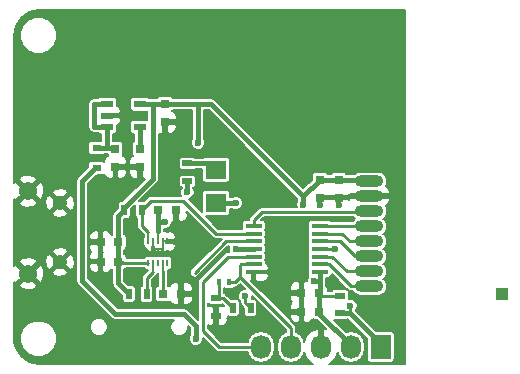
<source format=gtl>
G04 #@! TF.FileFunction,Copper,L1,Top,Signal*
%FSLAX46Y46*%
G04 Gerber Fmt 4.6, Leading zero omitted, Abs format (unit mm)*
G04 Created by KiCad (PCBNEW 4.0.2+dfsg1-stable) date Sun 14 May 2017 07:45:38 PM MDT*
%MOMM*%
G01*
G04 APERTURE LIST*
%ADD10C,0.100000*%
%ADD11R,1.397000X0.431800*%
%ADD12C,1.250000*%
%ADD13C,1.550000*%
%ADD14R,0.500000X0.900000*%
%ADD15R,1.727200X2.032000*%
%ADD16O,1.727200X2.032000*%
%ADD17R,0.800000X0.750000*%
%ADD18R,0.750000X0.800000*%
%ADD19R,1.800860X1.597660*%
%ADD20R,0.800000X0.600000*%
%ADD21R,0.900000X0.500000*%
%ADD22R,1.100000X0.600000*%
%ADD23R,0.400000X0.600000*%
%ADD24O,2.400000X1.000000*%
%ADD25R,1.000000X1.000000*%
%ADD26R,0.225000X0.600000*%
%ADD27C,0.600000*%
%ADD28C,0.250000*%
%ADD29C,0.400000*%
%ADD30C,0.160000*%
%ADD31C,0.200000*%
G04 APERTURE END LIST*
D10*
D11*
X184794000Y-113930400D03*
X184794000Y-113295400D03*
X184794000Y-112635000D03*
X184794000Y-112000000D03*
X184794000Y-111339600D03*
X184794000Y-110691900D03*
X184794000Y-110044200D03*
X179206000Y-110044200D03*
X179206000Y-110691900D03*
X179206000Y-111339600D03*
X179206000Y-112000000D03*
X179206000Y-112647700D03*
X179206000Y-113295400D03*
X179206000Y-113943100D03*
D12*
X162800000Y-113100000D03*
X162800000Y-108100000D03*
D13*
X160100000Y-114100000D03*
X160100000Y-107100000D03*
D14*
X178950000Y-117000000D03*
X177450000Y-117000000D03*
D15*
X189980000Y-120300000D03*
D16*
X187440000Y-120300000D03*
X184900000Y-120300000D03*
X182360000Y-120300000D03*
X179820000Y-120300000D03*
D17*
X167750000Y-111400000D03*
X166250000Y-111400000D03*
X167750000Y-113059421D03*
X166250000Y-113059421D03*
X171542721Y-115800000D03*
X173042721Y-115800000D03*
D18*
X167500000Y-103550000D03*
X167500000Y-105050000D03*
D17*
X171142721Y-108700000D03*
X172642721Y-108700000D03*
D18*
X169600000Y-103550000D03*
X169600000Y-105050000D03*
X171700000Y-99750000D03*
X171700000Y-101250000D03*
D17*
X184750000Y-117300000D03*
X183250000Y-117300000D03*
X184750000Y-115700000D03*
X183250000Y-115700000D03*
D18*
X184800000Y-106150000D03*
X184800000Y-107650000D03*
X186400000Y-106150000D03*
X186400000Y-107650000D03*
D19*
X176000000Y-105280140D03*
X176000000Y-108119860D03*
D20*
X165900000Y-103450000D03*
X165900000Y-105150000D03*
D14*
X168642721Y-115800000D03*
X170142721Y-115800000D03*
X168242721Y-108700000D03*
X169742721Y-108700000D03*
D21*
X186500000Y-117450000D03*
X186500000Y-115950000D03*
X176000000Y-117650000D03*
X176000000Y-116150000D03*
D22*
X166800000Y-99750000D03*
X166800000Y-100700000D03*
X166800000Y-101650000D03*
X169600000Y-101650000D03*
X169600000Y-99750000D03*
D23*
X176250000Y-114800000D03*
X177150000Y-114800000D03*
D21*
X173600000Y-104750000D03*
X173600000Y-106250000D03*
D24*
X189000000Y-111335000D03*
X189000000Y-110065000D03*
X189000000Y-112605000D03*
X189000000Y-108795000D03*
X189000000Y-107525000D03*
X189000000Y-113875000D03*
X189000000Y-106255000D03*
X189000000Y-115145000D03*
D25*
X200200000Y-115800000D03*
D26*
X170292721Y-113159421D03*
X170692721Y-113159421D03*
X171092721Y-113159421D03*
X171492721Y-113159421D03*
X171892721Y-113159421D03*
X171892721Y-111359421D03*
X171492721Y-111359421D03*
X171092721Y-111359421D03*
X170692721Y-111359421D03*
X170292721Y-111359421D03*
D27*
X173600000Y-107200000D03*
X178500000Y-116000000D03*
X167500000Y-97900000D03*
X164900000Y-96900000D03*
X163300000Y-102700000D03*
X164800000Y-103700000D03*
X186400000Y-108274990D03*
X184800000Y-108274990D03*
X187700000Y-104600000D03*
X180600000Y-106300000D03*
X184100000Y-101000000D03*
X182300000Y-117300000D03*
X182300000Y-115700000D03*
X176000000Y-118400000D03*
X172600000Y-111400000D03*
X171700000Y-109700000D03*
X183400000Y-108274990D03*
X184300000Y-114700000D03*
X174500000Y-103000000D03*
X177700000Y-108100000D03*
X177700000Y-112000000D03*
X174300000Y-119600000D03*
X187400000Y-116800000D03*
X186112421Y-112000000D03*
D28*
X178500000Y-116550000D02*
X178500000Y-116000000D01*
D29*
X173600000Y-106250000D02*
X173600000Y-107200000D01*
D28*
X178500000Y-116550000D02*
X178950000Y-117000000D01*
D30*
X170692721Y-111359421D02*
X170692721Y-111992721D01*
X170692721Y-111992721D02*
X170700000Y-112000000D01*
X170700000Y-112000000D02*
X171485442Y-112000000D01*
X171485442Y-112000000D02*
X171492721Y-112007279D01*
X171492721Y-112007279D02*
X171492721Y-111359421D01*
D28*
X186400000Y-107650000D02*
X186400000Y-108274990D01*
X184800000Y-107650000D02*
X184800000Y-108274990D01*
D29*
X183250000Y-117300000D02*
X182300000Y-117300000D01*
X183250000Y-115700000D02*
X182300000Y-115700000D01*
X176000000Y-117650000D02*
X176000000Y-118400000D01*
D28*
X171892721Y-111359421D02*
X172559421Y-111359421D01*
X172559421Y-111359421D02*
X172600000Y-111400000D01*
D30*
X171492721Y-111359421D02*
X171892721Y-111359421D01*
D29*
X170700000Y-99750000D02*
X171700000Y-99750000D01*
X169600000Y-99750000D02*
X170700000Y-99750000D01*
X170700000Y-99750000D02*
X170700000Y-106042721D01*
X170700000Y-106042721D02*
X168242721Y-108500000D01*
X168242721Y-108500000D02*
X168242721Y-108700000D01*
X171142721Y-109700000D02*
X171142721Y-110457279D01*
X171142721Y-110457279D02*
X171092721Y-110507279D01*
D30*
X171092721Y-111359421D02*
X171092721Y-110507279D01*
D28*
X171092721Y-109750000D02*
X171142721Y-109700000D01*
D29*
X167750000Y-111400000D02*
X167750000Y-109192721D01*
X167750000Y-109192721D02*
X168242721Y-108700000D01*
X167750000Y-113059421D02*
X167750000Y-114907279D01*
X167750000Y-114907279D02*
X168642721Y-115800000D01*
X171142721Y-109700000D02*
X171142721Y-108700000D01*
X171700000Y-109700000D02*
X171142721Y-109700000D01*
X167750000Y-111400000D02*
X167750000Y-113059421D01*
D28*
X167750000Y-113059421D02*
X168059421Y-113059421D01*
X168059421Y-113059421D02*
X168159421Y-113159421D01*
X168159421Y-113159421D02*
X169692721Y-113159421D01*
X169692721Y-113159421D02*
X170255220Y-113159421D01*
D29*
X174500000Y-103000000D02*
X174500000Y-102575736D01*
X174500000Y-102575736D02*
X174500000Y-99750000D01*
X171700000Y-99750000D02*
X174500000Y-99750000D01*
X174500000Y-99750000D02*
X175600000Y-99750000D01*
X175600000Y-99750000D02*
X183400000Y-107550000D01*
X183400000Y-108274990D02*
X183400000Y-107550000D01*
X183400000Y-107550000D02*
X184800000Y-106150000D01*
X184794000Y-114700000D02*
X184794000Y-115656000D01*
X184794000Y-113930400D02*
X184794000Y-114700000D01*
X184794000Y-114700000D02*
X184300000Y-114700000D01*
D28*
X186500000Y-115950000D02*
X185000000Y-115950000D01*
X185000000Y-115950000D02*
X184750000Y-115700000D01*
D29*
X184750000Y-115700000D02*
X184750000Y-117300000D01*
X184794000Y-115656000D02*
X184750000Y-115700000D01*
X187440000Y-120300000D02*
X187440000Y-120147600D01*
X187440000Y-120147600D02*
X184750000Y-117457600D01*
X184750000Y-117457600D02*
X184750000Y-117300000D01*
X186400000Y-106150000D02*
X189695000Y-106150000D01*
X189695000Y-106150000D02*
X189800000Y-106255000D01*
X184800000Y-106150000D02*
X186400000Y-106150000D01*
D28*
X184775000Y-117300000D02*
X184750000Y-117300000D01*
X184687600Y-117300000D02*
X184750000Y-117300000D01*
X171492721Y-113892721D02*
X171542721Y-113942721D01*
X171542721Y-113942721D02*
X171542721Y-115800000D01*
D30*
X171492721Y-113159421D02*
X171492721Y-113892721D01*
X171492721Y-113892721D02*
X171500000Y-113900000D01*
D29*
X166800000Y-99750000D02*
X165700000Y-99750000D01*
X165700000Y-99750000D02*
X165700000Y-101650000D01*
X165700000Y-101650000D02*
X166800000Y-101650000D01*
X165900000Y-103450000D02*
X166800000Y-103450000D01*
X166800000Y-103450000D02*
X167400000Y-103450000D01*
X166800000Y-101650000D02*
X166800000Y-102350000D01*
X166800000Y-102350000D02*
X166800000Y-103450000D01*
X167400000Y-103450000D02*
X167500000Y-103550000D01*
X169600000Y-103550000D02*
X169600000Y-101650000D01*
X173600000Y-104750000D02*
X175469860Y-104750000D01*
X175469860Y-104750000D02*
X176000000Y-105280140D01*
X176069860Y-105350000D02*
X176000000Y-105280140D01*
X177700000Y-108100000D02*
X176019860Y-108100000D01*
X176019860Y-108100000D02*
X176000000Y-108119860D01*
X179206000Y-112000000D02*
X177700000Y-112000000D01*
X165800000Y-105150000D02*
X164700000Y-106250000D01*
X164700000Y-106250000D02*
X164700000Y-114700000D01*
X164700000Y-114700000D02*
X167500000Y-117500000D01*
X167500000Y-117500000D02*
X173300000Y-117500000D01*
X173300000Y-117500000D02*
X174300000Y-118500000D01*
X174300000Y-118500000D02*
X174300000Y-118600000D01*
X174300000Y-118600000D02*
X174300000Y-119600000D01*
D28*
X165900000Y-105150000D02*
X165800000Y-105150000D01*
X187400000Y-116800000D02*
X187400000Y-117400000D01*
X187400000Y-117400000D02*
X187350000Y-117450000D01*
X184794000Y-112000000D02*
X186037499Y-112000000D01*
D29*
X189980000Y-120300000D02*
X189980000Y-120080000D01*
X189980000Y-120080000D02*
X187350000Y-117450000D01*
X187350000Y-117450000D02*
X186500000Y-117450000D01*
D28*
X189980000Y-119580000D02*
X189980000Y-120300000D01*
X177150000Y-114800000D02*
X177600000Y-114800000D01*
X178040000Y-114360000D02*
X178060000Y-114360000D01*
X177600000Y-114800000D02*
X178040000Y-114360000D01*
X179206000Y-113295400D02*
X178104600Y-113295400D01*
X178104600Y-113295400D02*
X178060000Y-113340000D01*
X178060000Y-113340000D02*
X178060000Y-114360000D01*
X178060000Y-114360000D02*
X182360000Y-118660000D01*
X182360000Y-118660000D02*
X182360000Y-120300000D01*
X179206000Y-112647700D02*
X177071070Y-112647700D01*
X177071070Y-112647700D02*
X174900000Y-114818770D01*
X174900000Y-114818770D02*
X174900000Y-118900000D01*
X178706400Y-120300000D02*
X179820000Y-120300000D01*
X174900000Y-118900000D02*
X176300000Y-120300000D01*
X176300000Y-120300000D02*
X178706400Y-120300000D01*
X170692721Y-113907279D02*
X170142721Y-114457279D01*
X170142721Y-114457279D02*
X170142721Y-115800000D01*
X174200000Y-114000000D02*
X176860400Y-111339600D01*
X176860400Y-111339600D02*
X179206000Y-111339600D01*
D30*
X170692721Y-113159421D02*
X170692721Y-113907279D01*
D28*
X170542721Y-107900000D02*
X169742721Y-108700000D01*
D30*
X170292721Y-110792721D02*
X170292721Y-110592721D01*
D28*
X170292721Y-110592721D02*
X169742721Y-110042721D01*
X169742721Y-110042721D02*
X169742721Y-108700000D01*
X173202723Y-107900000D02*
X170542721Y-107900000D01*
X173900000Y-108597277D02*
X173202723Y-107900000D01*
X173900000Y-108600000D02*
X173900000Y-108597277D01*
X175991900Y-110691900D02*
X173900000Y-108600000D01*
X179206000Y-110691900D02*
X175991900Y-110691900D01*
D30*
X170292721Y-111359421D02*
X170292721Y-110792721D01*
D28*
X176000000Y-116150000D02*
X176600000Y-116150000D01*
X176600000Y-116150000D02*
X177450000Y-117000000D01*
X176250000Y-114800000D02*
X176250000Y-115900000D01*
X176250000Y-115900000D02*
X176000000Y-116150000D01*
X184794000Y-110044200D02*
X189779200Y-110044200D01*
X189779200Y-110044200D02*
X189800000Y-110065000D01*
X179206000Y-109578300D02*
X179884300Y-108900000D01*
X179884300Y-108900000D02*
X189695000Y-108900000D01*
X189695000Y-108900000D02*
X189800000Y-108795000D01*
X179206000Y-110044200D02*
X179206000Y-109578300D01*
X187075000Y-113875000D02*
X185835000Y-112635000D01*
X185835000Y-112635000D02*
X184794000Y-112635000D01*
X189800000Y-113875000D02*
X187075000Y-113875000D01*
X189800000Y-112605000D02*
X187805000Y-112605000D01*
X187805000Y-112605000D02*
X186539600Y-111339600D01*
X186539600Y-111339600D02*
X185742500Y-111339600D01*
X185742500Y-111339600D02*
X184794000Y-111339600D01*
X184794000Y-110691900D02*
X186691900Y-110691900D01*
X186691900Y-110691900D02*
X187335000Y-111335000D01*
X187335000Y-111335000D02*
X189800000Y-111335000D01*
X189800000Y-115145000D02*
X187445000Y-115145000D01*
X187445000Y-115145000D02*
X185595400Y-113295400D01*
X185595400Y-113295400D02*
X184794000Y-113295400D01*
D31*
G36*
X192000000Y-121725000D02*
X185573746Y-121725000D01*
X185762297Y-121635167D01*
X186149284Y-121215147D01*
X186326796Y-120731538D01*
X186364974Y-120923472D01*
X186617211Y-121300971D01*
X186994710Y-121553208D01*
X187440000Y-121641782D01*
X187885290Y-121553208D01*
X188262789Y-121300971D01*
X188515026Y-120923472D01*
X188603600Y-120478182D01*
X188603600Y-120121818D01*
X188515026Y-119676528D01*
X188262789Y-119299029D01*
X187885290Y-119046792D01*
X187440000Y-118958218D01*
X187037740Y-119038233D01*
X185994054Y-117994547D01*
X186050000Y-118005877D01*
X186950000Y-118005877D01*
X187061173Y-117984958D01*
X187115500Y-117950000D01*
X187142894Y-117950000D01*
X188810523Y-119617630D01*
X188810523Y-121316000D01*
X188831442Y-121427173D01*
X188897145Y-121529279D01*
X188997397Y-121597778D01*
X189116400Y-121621877D01*
X190843600Y-121621877D01*
X190954773Y-121600958D01*
X191056879Y-121535255D01*
X191125378Y-121435003D01*
X191149477Y-121316000D01*
X191149477Y-119284000D01*
X191128558Y-119172827D01*
X191062855Y-119070721D01*
X190962603Y-119002222D01*
X190843600Y-118978123D01*
X189585230Y-118978123D01*
X187827821Y-117220715D01*
X187908359Y-117140317D01*
X187999896Y-116919871D01*
X188000104Y-116681176D01*
X187908952Y-116460571D01*
X187740317Y-116291641D01*
X187519871Y-116200104D01*
X187281176Y-116199896D01*
X187253590Y-116211294D01*
X187255877Y-116200000D01*
X187255877Y-115700000D01*
X187234958Y-115588827D01*
X187169255Y-115486721D01*
X187069003Y-115418222D01*
X186950000Y-115394123D01*
X186050000Y-115394123D01*
X185938827Y-115415042D01*
X185836721Y-115480745D01*
X185806483Y-115525000D01*
X185455877Y-115525000D01*
X185455877Y-115325000D01*
X185434958Y-115213827D01*
X185369255Y-115111721D01*
X185294000Y-115060302D01*
X185294000Y-114452177D01*
X185492500Y-114452177D01*
X185603673Y-114431258D01*
X185705779Y-114365555D01*
X185774278Y-114265303D01*
X185798377Y-114146300D01*
X185798377Y-114099417D01*
X187144479Y-115445520D01*
X187236608Y-115507078D01*
X187282360Y-115537649D01*
X187445000Y-115570000D01*
X187610925Y-115570000D01*
X187704928Y-115710685D01*
X187964466Y-115884104D01*
X188270613Y-115945000D01*
X189729387Y-115945000D01*
X190035534Y-115884104D01*
X190295072Y-115710685D01*
X190468491Y-115451147D01*
X190529387Y-115145000D01*
X190468491Y-114838853D01*
X190295072Y-114579315D01*
X190191336Y-114510000D01*
X190295072Y-114440685D01*
X190468491Y-114181147D01*
X190529387Y-113875000D01*
X190468491Y-113568853D01*
X190295072Y-113309315D01*
X190191336Y-113240000D01*
X190295072Y-113170685D01*
X190468491Y-112911147D01*
X190529387Y-112605000D01*
X190468491Y-112298853D01*
X190295072Y-112039315D01*
X190191336Y-111970000D01*
X190295072Y-111900685D01*
X190468491Y-111641147D01*
X190529387Y-111335000D01*
X190468491Y-111028853D01*
X190295072Y-110769315D01*
X190191336Y-110700000D01*
X190295072Y-110630685D01*
X190468491Y-110371147D01*
X190529387Y-110065000D01*
X190468491Y-109758853D01*
X190295072Y-109499315D01*
X190191336Y-109430000D01*
X190295072Y-109360685D01*
X190468491Y-109101147D01*
X190529387Y-108795000D01*
X190468491Y-108488853D01*
X190388737Y-108369494D01*
X190583884Y-108196751D01*
X190752844Y-107843624D01*
X190638083Y-107675000D01*
X189150000Y-107675000D01*
X189150000Y-107695000D01*
X188850000Y-107695000D01*
X188850000Y-107675000D01*
X187361917Y-107675000D01*
X187255850Y-107830850D01*
X187225000Y-107800000D01*
X186550000Y-107800000D01*
X186550000Y-107820000D01*
X186250000Y-107820000D01*
X186250000Y-107800000D01*
X184950000Y-107800000D01*
X184950000Y-107820000D01*
X184650000Y-107820000D01*
X184650000Y-107800000D01*
X184630000Y-107800000D01*
X184630000Y-107500000D01*
X184650000Y-107500000D01*
X184650000Y-107480000D01*
X184950000Y-107480000D01*
X184950000Y-107500000D01*
X186250000Y-107500000D01*
X186250000Y-107480000D01*
X186550000Y-107480000D01*
X186550000Y-107500000D01*
X187225000Y-107500000D01*
X187357091Y-107367909D01*
X187361917Y-107375000D01*
X188850000Y-107375000D01*
X188850000Y-107355000D01*
X189150000Y-107355000D01*
X189150000Y-107375000D01*
X190638083Y-107375000D01*
X190752844Y-107206376D01*
X190583884Y-106853249D01*
X190388737Y-106680506D01*
X190468491Y-106561147D01*
X190529387Y-106255000D01*
X190468491Y-105948853D01*
X190295072Y-105689315D01*
X190035534Y-105515896D01*
X189729387Y-105455000D01*
X188270613Y-105455000D01*
X187964466Y-105515896D01*
X187763767Y-105650000D01*
X187062060Y-105650000D01*
X187059958Y-105638827D01*
X186994255Y-105536721D01*
X186894003Y-105468222D01*
X186775000Y-105444123D01*
X186025000Y-105444123D01*
X185913827Y-105465042D01*
X185811721Y-105530745D01*
X185743222Y-105630997D01*
X185739374Y-105650000D01*
X185462060Y-105650000D01*
X185459958Y-105638827D01*
X185394255Y-105536721D01*
X185294003Y-105468222D01*
X185175000Y-105444123D01*
X184425000Y-105444123D01*
X184313827Y-105465042D01*
X184211721Y-105530745D01*
X184143222Y-105630997D01*
X184119123Y-105750000D01*
X184119123Y-106123771D01*
X183400000Y-106842894D01*
X175953553Y-99396447D01*
X175791342Y-99288060D01*
X175600000Y-99250000D01*
X172362060Y-99250000D01*
X172359958Y-99238827D01*
X172294255Y-99136721D01*
X172194003Y-99068222D01*
X172075000Y-99044123D01*
X171325000Y-99044123D01*
X171213827Y-99065042D01*
X171111721Y-99130745D01*
X171043222Y-99230997D01*
X171039374Y-99250000D01*
X170377800Y-99250000D01*
X170369255Y-99236721D01*
X170269003Y-99168222D01*
X170150000Y-99144123D01*
X169050000Y-99144123D01*
X168938827Y-99165042D01*
X168836721Y-99230745D01*
X168768222Y-99330997D01*
X168744123Y-99450000D01*
X168744123Y-100050000D01*
X168765042Y-100161173D01*
X168830745Y-100263279D01*
X168930997Y-100331778D01*
X169050000Y-100355877D01*
X170150000Y-100355877D01*
X170200000Y-100346469D01*
X170200000Y-101054248D01*
X170150000Y-101044123D01*
X169050000Y-101044123D01*
X168938827Y-101065042D01*
X168836721Y-101130745D01*
X168768222Y-101230997D01*
X168744123Y-101350000D01*
X168744123Y-101950000D01*
X168765042Y-102061173D01*
X168830745Y-102163279D01*
X168930997Y-102231778D01*
X169050000Y-102255877D01*
X169100000Y-102255877D01*
X169100000Y-102873939D01*
X169011721Y-102930745D01*
X168943222Y-103030997D01*
X168919123Y-103150000D01*
X168919123Y-103950000D01*
X168940042Y-104061173D01*
X168969218Y-104106513D01*
X168885127Y-104141345D01*
X168716344Y-104310128D01*
X168625000Y-104530653D01*
X168625000Y-104750000D01*
X168775000Y-104900000D01*
X169450000Y-104900000D01*
X169450000Y-104880000D01*
X169750000Y-104880000D01*
X169750000Y-104900000D01*
X169770000Y-104900000D01*
X169770000Y-105200000D01*
X169750000Y-105200000D01*
X169750000Y-105900000D01*
X169900000Y-106050000D01*
X169985614Y-106050000D01*
X168091492Y-107944123D01*
X167992721Y-107944123D01*
X167881548Y-107965042D01*
X167779442Y-108030745D01*
X167710943Y-108130997D01*
X167686844Y-108250000D01*
X167686844Y-108548770D01*
X167396447Y-108839168D01*
X167288060Y-109001379D01*
X167250000Y-109192721D01*
X167250000Y-110737940D01*
X167238827Y-110740042D01*
X167193487Y-110769218D01*
X167158655Y-110685127D01*
X166989872Y-110516344D01*
X166769347Y-110425000D01*
X166550000Y-110425000D01*
X166400000Y-110575000D01*
X166400000Y-111250000D01*
X166420000Y-111250000D01*
X166420000Y-111550000D01*
X166400000Y-111550000D01*
X166400000Y-112225000D01*
X166404711Y-112229711D01*
X166400000Y-112234421D01*
X166400000Y-112909421D01*
X166420000Y-112909421D01*
X166420000Y-113209421D01*
X166400000Y-113209421D01*
X166400000Y-113884421D01*
X166550000Y-114034421D01*
X166769347Y-114034421D01*
X166989872Y-113943077D01*
X167158655Y-113774294D01*
X167193369Y-113690489D01*
X167230997Y-113716199D01*
X167250000Y-113720047D01*
X167250000Y-114907279D01*
X167281381Y-115065042D01*
X167288060Y-115098621D01*
X167396447Y-115260832D01*
X168086844Y-115951229D01*
X168086844Y-116250000D01*
X168107763Y-116361173D01*
X168173466Y-116463279D01*
X168273718Y-116531778D01*
X168392721Y-116555877D01*
X168892721Y-116555877D01*
X169003894Y-116534958D01*
X169106000Y-116469255D01*
X169174499Y-116369003D01*
X169198598Y-116250000D01*
X169198598Y-115350000D01*
X169177679Y-115238827D01*
X169111976Y-115136721D01*
X169011724Y-115068222D01*
X168892721Y-115044123D01*
X168593950Y-115044123D01*
X168250000Y-114700173D01*
X168250000Y-113721481D01*
X168261173Y-113719379D01*
X168363279Y-113653676D01*
X168410599Y-113584421D01*
X169904160Y-113584421D01*
X169960966Y-113672700D01*
X170061218Y-113741199D01*
X170180221Y-113765298D01*
X170233661Y-113765298D01*
X169842201Y-114156759D01*
X169750072Y-114294638D01*
X169748902Y-114300520D01*
X169717721Y-114457279D01*
X169717721Y-115106113D01*
X169679442Y-115130745D01*
X169610943Y-115230997D01*
X169586844Y-115350000D01*
X169586844Y-116250000D01*
X169607763Y-116361173D01*
X169673466Y-116463279D01*
X169773718Y-116531778D01*
X169892721Y-116555877D01*
X170392721Y-116555877D01*
X170503894Y-116534958D01*
X170606000Y-116469255D01*
X170674499Y-116369003D01*
X170698598Y-116250000D01*
X170698598Y-115350000D01*
X170677679Y-115238827D01*
X170611976Y-115136721D01*
X170567721Y-115106483D01*
X170567721Y-114633319D01*
X170993241Y-114207800D01*
X171085369Y-114069920D01*
X171094168Y-114025682D01*
X171100072Y-114055362D01*
X171117721Y-114081775D01*
X171117721Y-115123827D01*
X171031548Y-115140042D01*
X170929442Y-115205745D01*
X170860943Y-115305997D01*
X170836844Y-115425000D01*
X170836844Y-116175000D01*
X170857763Y-116286173D01*
X170923466Y-116388279D01*
X171023718Y-116456778D01*
X171142721Y-116480877D01*
X171942721Y-116480877D01*
X172053894Y-116459958D01*
X172099234Y-116430782D01*
X172134066Y-116514873D01*
X172302849Y-116683656D01*
X172523374Y-116775000D01*
X172742721Y-116775000D01*
X172892721Y-116625000D01*
X172892721Y-115950000D01*
X173192721Y-115950000D01*
X173192721Y-116625000D01*
X173342721Y-116775000D01*
X173562068Y-116775000D01*
X173782593Y-116683656D01*
X173951376Y-116514873D01*
X174042721Y-116294348D01*
X174042721Y-116100000D01*
X173892721Y-115950000D01*
X173192721Y-115950000D01*
X172892721Y-115950000D01*
X172872721Y-115950000D01*
X172872721Y-115650000D01*
X172892721Y-115650000D01*
X172892721Y-114975000D01*
X173192721Y-114975000D01*
X173192721Y-115650000D01*
X173892721Y-115650000D01*
X174042721Y-115500000D01*
X174042721Y-115305652D01*
X173951376Y-115085127D01*
X173782593Y-114916344D01*
X173562068Y-114825000D01*
X173342721Y-114825000D01*
X173192721Y-114975000D01*
X172892721Y-114975000D01*
X172742721Y-114825000D01*
X172523374Y-114825000D01*
X172302849Y-114916344D01*
X172134066Y-115085127D01*
X172099352Y-115168932D01*
X172061724Y-115143222D01*
X171967721Y-115124186D01*
X171967721Y-113942721D01*
X171956810Y-113887868D01*
X171935370Y-113780080D01*
X171925493Y-113765298D01*
X172005221Y-113765298D01*
X172116394Y-113744379D01*
X172218500Y-113678676D01*
X172286999Y-113578424D01*
X172311098Y-113459421D01*
X172311098Y-112859421D01*
X172290179Y-112748248D01*
X172224476Y-112646142D01*
X172124224Y-112577643D01*
X172005221Y-112553544D01*
X171780221Y-112553544D01*
X171689509Y-112570613D01*
X171605221Y-112553544D01*
X171380221Y-112553544D01*
X171289509Y-112570613D01*
X171205221Y-112553544D01*
X170980221Y-112553544D01*
X170889509Y-112570613D01*
X170805221Y-112553544D01*
X170580221Y-112553544D01*
X170489509Y-112570613D01*
X170405221Y-112553544D01*
X170180221Y-112553544D01*
X170069048Y-112574463D01*
X169966942Y-112640166D01*
X169902541Y-112734421D01*
X168455877Y-112734421D01*
X168455877Y-112684421D01*
X168434958Y-112573248D01*
X168369255Y-112471142D01*
X168269003Y-112402643D01*
X168250000Y-112398795D01*
X168250000Y-112062060D01*
X168261173Y-112059958D01*
X168363279Y-111994255D01*
X168431778Y-111894003D01*
X168455877Y-111775000D01*
X168455877Y-111025000D01*
X168434958Y-110913827D01*
X168369255Y-110811721D01*
X168269003Y-110743222D01*
X168250000Y-110739374D01*
X168250000Y-109455877D01*
X168492721Y-109455877D01*
X168603894Y-109434958D01*
X168706000Y-109369255D01*
X168774499Y-109269003D01*
X168798598Y-109150000D01*
X168798598Y-108651229D01*
X169186844Y-108262983D01*
X169186844Y-109150000D01*
X169207763Y-109261173D01*
X169273466Y-109363279D01*
X169317721Y-109393517D01*
X169317721Y-110042721D01*
X169334541Y-110127279D01*
X169350072Y-110205362D01*
X169442201Y-110343241D01*
X169912721Y-110813762D01*
X169912721Y-110919521D01*
X169898443Y-110940418D01*
X169874344Y-111059421D01*
X169874344Y-111659421D01*
X169895263Y-111770594D01*
X169960966Y-111872700D01*
X170042088Y-111928128D01*
X170071565Y-111999293D01*
X170240348Y-112168076D01*
X170460873Y-112259421D01*
X170486471Y-112259421D01*
X170636471Y-112109421D01*
X170636471Y-111852374D01*
X170686999Y-111778424D01*
X170692046Y-111753500D01*
X170695263Y-111770594D01*
X170748971Y-111854059D01*
X170748971Y-112109421D01*
X170898971Y-112259421D01*
X170924569Y-112259421D01*
X171092721Y-112189770D01*
X171260873Y-112259421D01*
X171286471Y-112259421D01*
X171409082Y-112136810D01*
X171440348Y-112168076D01*
X171660873Y-112259421D01*
X171686471Y-112259421D01*
X171692721Y-112253171D01*
X171698971Y-112259421D01*
X171724569Y-112259421D01*
X171945094Y-112168076D01*
X171976360Y-112136810D01*
X172098971Y-112259421D01*
X172124569Y-112259421D01*
X172345094Y-112168076D01*
X172513877Y-111999293D01*
X172605221Y-111778768D01*
X172605221Y-111659421D01*
X172455221Y-111509421D01*
X171780221Y-111509421D01*
X171780221Y-111209421D01*
X172455221Y-111209421D01*
X172605221Y-111059421D01*
X172605221Y-110940074D01*
X172513877Y-110719549D01*
X172345094Y-110550766D01*
X172124569Y-110459421D01*
X172098971Y-110459421D01*
X171976360Y-110582032D01*
X171945094Y-110550766D01*
X171724569Y-110459421D01*
X171698971Y-110459421D01*
X171692721Y-110465671D01*
X171686471Y-110459421D01*
X171660873Y-110459421D01*
X171642723Y-110466939D01*
X171642723Y-110459421D01*
X171642295Y-110459421D01*
X171642721Y-110457279D01*
X171642721Y-110299951D01*
X171818824Y-110300104D01*
X172039429Y-110208952D01*
X172208359Y-110040317D01*
X172299896Y-109819871D01*
X172300022Y-109675000D01*
X172342721Y-109675000D01*
X172492721Y-109525000D01*
X172492721Y-108850000D01*
X172472721Y-108850000D01*
X172472721Y-108550000D01*
X172492721Y-108550000D01*
X172492721Y-108530000D01*
X172792721Y-108530000D01*
X172792721Y-108550000D01*
X172812721Y-108550000D01*
X172812721Y-108850000D01*
X172792721Y-108850000D01*
X172792721Y-109525000D01*
X172942721Y-109675000D01*
X173162068Y-109675000D01*
X173382593Y-109583656D01*
X173551376Y-109414873D01*
X173642721Y-109194348D01*
X173642721Y-109000000D01*
X173492723Y-108850002D01*
X173551684Y-108850002D01*
X173593999Y-108892317D01*
X173599480Y-108900520D01*
X175691379Y-110992420D01*
X175761211Y-111039080D01*
X175829260Y-111084549D01*
X175991900Y-111116900D01*
X176482059Y-111116900D01*
X173899480Y-113699480D01*
X173807351Y-113837359D01*
X173775001Y-114000000D01*
X173807351Y-114162641D01*
X173899480Y-114300520D01*
X174037359Y-114392649D01*
X174200000Y-114424999D01*
X174362641Y-114392649D01*
X174500520Y-114300520D01*
X177036441Y-111764600D01*
X177148076Y-111764600D01*
X177100104Y-111880129D01*
X177099896Y-112118824D01*
X177142817Y-112222700D01*
X177071070Y-112222700D01*
X176908429Y-112255051D01*
X176770550Y-112347179D01*
X174599480Y-114518250D01*
X174507351Y-114656129D01*
X174501984Y-114683113D01*
X174475000Y-114818770D01*
X174475000Y-117967893D01*
X173653553Y-117146447D01*
X173491342Y-117038060D01*
X173300000Y-117000000D01*
X167707106Y-117000000D01*
X165200000Y-114492894D01*
X165200000Y-113359421D01*
X165250000Y-113359421D01*
X165250000Y-113553769D01*
X165341345Y-113774294D01*
X165510128Y-113943077D01*
X165730653Y-114034421D01*
X165950000Y-114034421D01*
X166100000Y-113884421D01*
X166100000Y-113209421D01*
X165400000Y-113209421D01*
X165250000Y-113359421D01*
X165200000Y-113359421D01*
X165200000Y-111700000D01*
X165250000Y-111700000D01*
X165250000Y-111894348D01*
X165341345Y-112114873D01*
X165456183Y-112229711D01*
X165341345Y-112344548D01*
X165250000Y-112565073D01*
X165250000Y-112759421D01*
X165400000Y-112909421D01*
X166100000Y-112909421D01*
X166100000Y-112234421D01*
X166095290Y-112229711D01*
X166100000Y-112225000D01*
X166100000Y-111550000D01*
X165400000Y-111550000D01*
X165250000Y-111700000D01*
X165200000Y-111700000D01*
X165200000Y-110905652D01*
X165250000Y-110905652D01*
X165250000Y-111100000D01*
X165400000Y-111250000D01*
X166100000Y-111250000D01*
X166100000Y-110575000D01*
X165950000Y-110425000D01*
X165730653Y-110425000D01*
X165510128Y-110516344D01*
X165341345Y-110685127D01*
X165250000Y-110905652D01*
X165200000Y-110905652D01*
X165200000Y-106457106D01*
X165901229Y-105755877D01*
X166300000Y-105755877D01*
X166411173Y-105734958D01*
X166513279Y-105669255D01*
X166546340Y-105620868D01*
X166616344Y-105789872D01*
X166785127Y-105958655D01*
X167005652Y-106050000D01*
X167200000Y-106050000D01*
X167350000Y-105900000D01*
X167350000Y-105200000D01*
X167650000Y-105200000D01*
X167650000Y-105900000D01*
X167800000Y-106050000D01*
X167994348Y-106050000D01*
X168214873Y-105958655D01*
X168383656Y-105789872D01*
X168475000Y-105569347D01*
X168475000Y-105350000D01*
X168625000Y-105350000D01*
X168625000Y-105569347D01*
X168716344Y-105789872D01*
X168885127Y-105958655D01*
X169105652Y-106050000D01*
X169300000Y-106050000D01*
X169450000Y-105900000D01*
X169450000Y-105200000D01*
X168775000Y-105200000D01*
X168625000Y-105350000D01*
X168475000Y-105350000D01*
X168325000Y-105200000D01*
X167650000Y-105200000D01*
X167350000Y-105200000D01*
X167330000Y-105200000D01*
X167330000Y-104900000D01*
X167350000Y-104900000D01*
X167350000Y-104880000D01*
X167650000Y-104880000D01*
X167650000Y-104900000D01*
X168325000Y-104900000D01*
X168475000Y-104750000D01*
X168475000Y-104530653D01*
X168383656Y-104310128D01*
X168214873Y-104141345D01*
X168131068Y-104106631D01*
X168156778Y-104069003D01*
X168180877Y-103950000D01*
X168180877Y-103150000D01*
X168159958Y-103038827D01*
X168094255Y-102936721D01*
X167994003Y-102868222D01*
X167875000Y-102844123D01*
X167300000Y-102844123D01*
X167300000Y-102255877D01*
X167350000Y-102255877D01*
X167461173Y-102234958D01*
X167563279Y-102169255D01*
X167631778Y-102069003D01*
X167655877Y-101950000D01*
X167655877Y-101522737D01*
X167689872Y-101508656D01*
X167858655Y-101339873D01*
X167950000Y-101119348D01*
X167950000Y-101000000D01*
X167800000Y-100850000D01*
X166950000Y-100850000D01*
X166950000Y-100870000D01*
X166650000Y-100870000D01*
X166650000Y-100850000D01*
X166630000Y-100850000D01*
X166630000Y-100550000D01*
X166650000Y-100550000D01*
X166650000Y-100530000D01*
X166950000Y-100530000D01*
X166950000Y-100550000D01*
X167800000Y-100550000D01*
X167950000Y-100400000D01*
X167950000Y-100280652D01*
X167858655Y-100060127D01*
X167689872Y-99891344D01*
X167655877Y-99877263D01*
X167655877Y-99450000D01*
X167634958Y-99338827D01*
X167569255Y-99236721D01*
X167469003Y-99168222D01*
X167350000Y-99144123D01*
X166250000Y-99144123D01*
X166138827Y-99165042D01*
X166036721Y-99230745D01*
X166023565Y-99250000D01*
X165700000Y-99250000D01*
X165508658Y-99288060D01*
X165346447Y-99396447D01*
X165238060Y-99558658D01*
X165200000Y-99750000D01*
X165200000Y-101650000D01*
X165238060Y-101841342D01*
X165346447Y-102003553D01*
X165508658Y-102111940D01*
X165700000Y-102150000D01*
X166022200Y-102150000D01*
X166030745Y-102163279D01*
X166130997Y-102231778D01*
X166250000Y-102255877D01*
X166300000Y-102255877D01*
X166300000Y-102844123D01*
X165500000Y-102844123D01*
X165388827Y-102865042D01*
X165286721Y-102930745D01*
X165218222Y-103030997D01*
X165194123Y-103150000D01*
X165194123Y-103750000D01*
X165215042Y-103861173D01*
X165280745Y-103963279D01*
X165380997Y-104031778D01*
X165500000Y-104055877D01*
X166300000Y-104055877D01*
X166411173Y-104034958D01*
X166513279Y-103969255D01*
X166526435Y-103950000D01*
X166819123Y-103950000D01*
X166840042Y-104061173D01*
X166869218Y-104106513D01*
X166785127Y-104141345D01*
X166616344Y-104310128D01*
X166525000Y-104530653D01*
X166525000Y-104645649D01*
X166519255Y-104636721D01*
X166419003Y-104568222D01*
X166300000Y-104544123D01*
X165500000Y-104544123D01*
X165388827Y-104565042D01*
X165286721Y-104630745D01*
X165218222Y-104730997D01*
X165194123Y-104850000D01*
X165194123Y-105048771D01*
X164346447Y-105896447D01*
X164238060Y-106058658D01*
X164200000Y-106250000D01*
X164200000Y-114700000D01*
X164234374Y-114872810D01*
X164238060Y-114891342D01*
X164346447Y-115053553D01*
X167146447Y-117853553D01*
X167308658Y-117961940D01*
X167500000Y-118000000D01*
X172439462Y-118000000D01*
X172264552Y-118174605D01*
X172150131Y-118450161D01*
X172149870Y-118748530D01*
X172263811Y-119024286D01*
X172474605Y-119235448D01*
X172750161Y-119349869D01*
X173048530Y-119350130D01*
X173324286Y-119236189D01*
X173535448Y-119025395D01*
X173649869Y-118749839D01*
X173650038Y-118557144D01*
X173800000Y-118707107D01*
X173800000Y-119251339D01*
X173791641Y-119259683D01*
X173700104Y-119480129D01*
X173699896Y-119718824D01*
X173791048Y-119939429D01*
X173959683Y-120108359D01*
X174180129Y-120199896D01*
X174418824Y-120200104D01*
X174639429Y-120108952D01*
X174808359Y-119940317D01*
X174899896Y-119719871D01*
X174900087Y-119501127D01*
X175999480Y-120600520D01*
X176137359Y-120692649D01*
X176164343Y-120698016D01*
X176300000Y-120725000D01*
X178705495Y-120725000D01*
X178744974Y-120923472D01*
X178997211Y-121300971D01*
X179374710Y-121553208D01*
X179820000Y-121641782D01*
X180265290Y-121553208D01*
X180642789Y-121300971D01*
X180895026Y-120923472D01*
X180983600Y-120478182D01*
X180983600Y-120121818D01*
X180895026Y-119676528D01*
X180642789Y-119299029D01*
X180265290Y-119046792D01*
X179820000Y-118958218D01*
X179374710Y-119046792D01*
X178997211Y-119299029D01*
X178744974Y-119676528D01*
X178705495Y-119875000D01*
X176476040Y-119875000D01*
X175325000Y-118723960D01*
X175325000Y-118456237D01*
X175430652Y-118500000D01*
X175700000Y-118500000D01*
X175850000Y-118350000D01*
X175850000Y-117775000D01*
X175830000Y-117775000D01*
X175830000Y-117525000D01*
X175850000Y-117525000D01*
X175850000Y-116950000D01*
X175700000Y-116800000D01*
X175430652Y-116800000D01*
X175325000Y-116843763D01*
X175325000Y-116604351D01*
X175330745Y-116613279D01*
X175430997Y-116681778D01*
X175550000Y-116705877D01*
X176450000Y-116705877D01*
X176538234Y-116689274D01*
X176705254Y-116856294D01*
X176569348Y-116800000D01*
X176300000Y-116800000D01*
X176150000Y-116950000D01*
X176150000Y-117525000D01*
X176170000Y-117525000D01*
X176170000Y-117775000D01*
X176150000Y-117775000D01*
X176150000Y-118350000D01*
X176300000Y-118500000D01*
X176569348Y-118500000D01*
X176789873Y-118408655D01*
X176958656Y-118239872D01*
X177050000Y-118019347D01*
X177050000Y-117925000D01*
X176925002Y-117800002D01*
X177050000Y-117800002D01*
X177050000Y-117710599D01*
X177080997Y-117731778D01*
X177200000Y-117755877D01*
X177700000Y-117755877D01*
X177811173Y-117734958D01*
X177913279Y-117669255D01*
X177981778Y-117569003D01*
X178005877Y-117450000D01*
X178005877Y-116550000D01*
X177984958Y-116438827D01*
X177919255Y-116336721D01*
X177819003Y-116268222D01*
X177700000Y-116244123D01*
X177295163Y-116244123D01*
X176900520Y-115849480D01*
X176762641Y-115757351D01*
X176735657Y-115751984D01*
X176707668Y-115746416D01*
X176675000Y-115695649D01*
X176675000Y-115302101D01*
X176700004Y-115265506D01*
X176730745Y-115313279D01*
X176830997Y-115381778D01*
X176950000Y-115405877D01*
X177350000Y-115405877D01*
X177461173Y-115384958D01*
X177563279Y-115319255D01*
X177631778Y-115219003D01*
X177631846Y-115218665D01*
X177735657Y-115198016D01*
X177762641Y-115192649D01*
X177900520Y-115100520D01*
X178050000Y-114951040D01*
X178498958Y-115399999D01*
X178381176Y-115399896D01*
X178160571Y-115491048D01*
X177991641Y-115659683D01*
X177900104Y-115880129D01*
X177899896Y-116118824D01*
X177991048Y-116339429D01*
X178075000Y-116423528D01*
X178075000Y-116550000D01*
X178093543Y-116643222D01*
X178107351Y-116712641D01*
X178199480Y-116850520D01*
X178394123Y-117045163D01*
X178394123Y-117450000D01*
X178415042Y-117561173D01*
X178480745Y-117663279D01*
X178580997Y-117731778D01*
X178700000Y-117755877D01*
X179200000Y-117755877D01*
X179311173Y-117734958D01*
X179413279Y-117669255D01*
X179481778Y-117569003D01*
X179505877Y-117450000D01*
X179505877Y-116550000D01*
X179484958Y-116438827D01*
X179419255Y-116336721D01*
X179319003Y-116268222D01*
X179200000Y-116244123D01*
X179048302Y-116244123D01*
X179099896Y-116119871D01*
X179100000Y-116001040D01*
X181935000Y-118836041D01*
X181935000Y-119042756D01*
X181914710Y-119046792D01*
X181537211Y-119299029D01*
X181284974Y-119676528D01*
X181196400Y-120121818D01*
X181196400Y-120478182D01*
X181284974Y-120923472D01*
X181537211Y-121300971D01*
X181914710Y-121553208D01*
X182360000Y-121641782D01*
X182805290Y-121553208D01*
X183182789Y-121300971D01*
X183435026Y-120923472D01*
X183473204Y-120731538D01*
X183650716Y-121215147D01*
X184037703Y-121635167D01*
X184226254Y-121725000D01*
X161036932Y-121725000D01*
X160189610Y-121556457D01*
X159502593Y-121097407D01*
X159043544Y-120410392D01*
X158943405Y-119906961D01*
X159449732Y-119906961D01*
X159685208Y-120476857D01*
X160120849Y-120913260D01*
X160690333Y-121149730D01*
X161306961Y-121150268D01*
X161876857Y-120914792D01*
X162313260Y-120479151D01*
X162549730Y-119909667D01*
X162550268Y-119293039D01*
X162325282Y-118748530D01*
X165349870Y-118748530D01*
X165463811Y-119024286D01*
X165674605Y-119235448D01*
X165950161Y-119349869D01*
X166248530Y-119350130D01*
X166524286Y-119236189D01*
X166735448Y-119025395D01*
X166849869Y-118749839D01*
X166850130Y-118451470D01*
X166736189Y-118175714D01*
X166525395Y-117964552D01*
X166249839Y-117850131D01*
X165951470Y-117849870D01*
X165675714Y-117963811D01*
X165464552Y-118174605D01*
X165350131Y-118450161D01*
X165349870Y-118748530D01*
X162325282Y-118748530D01*
X162314792Y-118723143D01*
X161879151Y-118286740D01*
X161309667Y-118050270D01*
X160693039Y-118049732D01*
X160123143Y-118285208D01*
X159686740Y-118720849D01*
X159450270Y-119290333D01*
X159449732Y-119906961D01*
X158943405Y-119906961D01*
X158875000Y-119563068D01*
X158875000Y-115084942D01*
X159327190Y-115084942D01*
X159402045Y-115315849D01*
X159920459Y-115490394D01*
X160466206Y-115453264D01*
X160797955Y-115315849D01*
X160872810Y-115084942D01*
X160100000Y-114312132D01*
X159327190Y-115084942D01*
X158875000Y-115084942D01*
X158875000Y-114775863D01*
X158884151Y-114797955D01*
X159115058Y-114872810D01*
X159887868Y-114100000D01*
X160312132Y-114100000D01*
X161084942Y-114872810D01*
X161315849Y-114797955D01*
X161490394Y-114279541D01*
X161469736Y-113975903D01*
X162136229Y-113975903D01*
X162192523Y-114191316D01*
X162656393Y-114340716D01*
X163142126Y-114301228D01*
X163407477Y-114191316D01*
X163463771Y-113975903D01*
X162800000Y-113312132D01*
X162136229Y-113975903D01*
X161469736Y-113975903D01*
X161453264Y-113733794D01*
X161315849Y-113402045D01*
X161084942Y-113327190D01*
X160312132Y-114100000D01*
X159887868Y-114100000D01*
X159115058Y-113327190D01*
X158884151Y-113402045D01*
X158875000Y-113429224D01*
X158875000Y-113115058D01*
X159327190Y-113115058D01*
X160100000Y-113887868D01*
X160872810Y-113115058D01*
X160821375Y-112956393D01*
X161559284Y-112956393D01*
X161598772Y-113442126D01*
X161708684Y-113707477D01*
X161924097Y-113763771D01*
X162587868Y-113100000D01*
X163012132Y-113100000D01*
X163675903Y-113763771D01*
X163891316Y-113707477D01*
X164040716Y-113243607D01*
X164001228Y-112757874D01*
X163891316Y-112492523D01*
X163675903Y-112436229D01*
X163012132Y-113100000D01*
X162587868Y-113100000D01*
X161924097Y-112436229D01*
X161708684Y-112492523D01*
X161559284Y-112956393D01*
X160821375Y-112956393D01*
X160797955Y-112884151D01*
X160279541Y-112709606D01*
X159733794Y-112746736D01*
X159402045Y-112884151D01*
X159327190Y-113115058D01*
X158875000Y-113115058D01*
X158875000Y-112224097D01*
X162136229Y-112224097D01*
X162800000Y-112887868D01*
X163463771Y-112224097D01*
X163407477Y-112008684D01*
X162943607Y-111859284D01*
X162457874Y-111898772D01*
X162192523Y-112008684D01*
X162136229Y-112224097D01*
X158875000Y-112224097D01*
X158875000Y-108975903D01*
X162136229Y-108975903D01*
X162192523Y-109191316D01*
X162656393Y-109340716D01*
X163142126Y-109301228D01*
X163407477Y-109191316D01*
X163463771Y-108975903D01*
X162800000Y-108312132D01*
X162136229Y-108975903D01*
X158875000Y-108975903D01*
X158875000Y-108084942D01*
X159327190Y-108084942D01*
X159402045Y-108315849D01*
X159920459Y-108490394D01*
X160466206Y-108453264D01*
X160797955Y-108315849D01*
X160872810Y-108084942D01*
X160744261Y-107956393D01*
X161559284Y-107956393D01*
X161598772Y-108442126D01*
X161708684Y-108707477D01*
X161924097Y-108763771D01*
X162587868Y-108100000D01*
X163012132Y-108100000D01*
X163675903Y-108763771D01*
X163891316Y-108707477D01*
X164040716Y-108243607D01*
X164001228Y-107757874D01*
X163891316Y-107492523D01*
X163675903Y-107436229D01*
X163012132Y-108100000D01*
X162587868Y-108100000D01*
X161924097Y-107436229D01*
X161708684Y-107492523D01*
X161559284Y-107956393D01*
X160744261Y-107956393D01*
X160100000Y-107312132D01*
X159327190Y-108084942D01*
X158875000Y-108084942D01*
X158875000Y-107775863D01*
X158884151Y-107797955D01*
X159115058Y-107872810D01*
X159887868Y-107100000D01*
X160312132Y-107100000D01*
X161084942Y-107872810D01*
X161315849Y-107797955D01*
X161490394Y-107279541D01*
X161486622Y-107224097D01*
X162136229Y-107224097D01*
X162800000Y-107887868D01*
X163463771Y-107224097D01*
X163407477Y-107008684D01*
X162943607Y-106859284D01*
X162457874Y-106898772D01*
X162192523Y-107008684D01*
X162136229Y-107224097D01*
X161486622Y-107224097D01*
X161453264Y-106733794D01*
X161315849Y-106402045D01*
X161084942Y-106327190D01*
X160312132Y-107100000D01*
X159887868Y-107100000D01*
X159115058Y-106327190D01*
X158884151Y-106402045D01*
X158875000Y-106429224D01*
X158875000Y-106115058D01*
X159327190Y-106115058D01*
X160100000Y-106887868D01*
X160872810Y-106115058D01*
X160797955Y-105884151D01*
X160279541Y-105709606D01*
X159733794Y-105746736D01*
X159402045Y-105884151D01*
X159327190Y-106115058D01*
X158875000Y-106115058D01*
X158875000Y-94206961D01*
X159449732Y-94206961D01*
X159685208Y-94776857D01*
X160120849Y-95213260D01*
X160690333Y-95449730D01*
X161306961Y-95450268D01*
X161876857Y-95214792D01*
X162313260Y-94779151D01*
X162549730Y-94209667D01*
X162550268Y-93593039D01*
X162314792Y-93023143D01*
X161879151Y-92586740D01*
X161309667Y-92350270D01*
X160693039Y-92349732D01*
X160123143Y-92585208D01*
X159686740Y-93020849D01*
X159450270Y-93590333D01*
X159449732Y-94206961D01*
X158875000Y-94206961D01*
X158875000Y-93936932D01*
X159043544Y-93089608D01*
X159502593Y-92402593D01*
X160189610Y-91943543D01*
X161036932Y-91775000D01*
X192000000Y-91775000D01*
X192000000Y-121725000D01*
X192000000Y-121725000D01*
G37*
X192000000Y-121725000D02*
X185573746Y-121725000D01*
X185762297Y-121635167D01*
X186149284Y-121215147D01*
X186326796Y-120731538D01*
X186364974Y-120923472D01*
X186617211Y-121300971D01*
X186994710Y-121553208D01*
X187440000Y-121641782D01*
X187885290Y-121553208D01*
X188262789Y-121300971D01*
X188515026Y-120923472D01*
X188603600Y-120478182D01*
X188603600Y-120121818D01*
X188515026Y-119676528D01*
X188262789Y-119299029D01*
X187885290Y-119046792D01*
X187440000Y-118958218D01*
X187037740Y-119038233D01*
X185994054Y-117994547D01*
X186050000Y-118005877D01*
X186950000Y-118005877D01*
X187061173Y-117984958D01*
X187115500Y-117950000D01*
X187142894Y-117950000D01*
X188810523Y-119617630D01*
X188810523Y-121316000D01*
X188831442Y-121427173D01*
X188897145Y-121529279D01*
X188997397Y-121597778D01*
X189116400Y-121621877D01*
X190843600Y-121621877D01*
X190954773Y-121600958D01*
X191056879Y-121535255D01*
X191125378Y-121435003D01*
X191149477Y-121316000D01*
X191149477Y-119284000D01*
X191128558Y-119172827D01*
X191062855Y-119070721D01*
X190962603Y-119002222D01*
X190843600Y-118978123D01*
X189585230Y-118978123D01*
X187827821Y-117220715D01*
X187908359Y-117140317D01*
X187999896Y-116919871D01*
X188000104Y-116681176D01*
X187908952Y-116460571D01*
X187740317Y-116291641D01*
X187519871Y-116200104D01*
X187281176Y-116199896D01*
X187253590Y-116211294D01*
X187255877Y-116200000D01*
X187255877Y-115700000D01*
X187234958Y-115588827D01*
X187169255Y-115486721D01*
X187069003Y-115418222D01*
X186950000Y-115394123D01*
X186050000Y-115394123D01*
X185938827Y-115415042D01*
X185836721Y-115480745D01*
X185806483Y-115525000D01*
X185455877Y-115525000D01*
X185455877Y-115325000D01*
X185434958Y-115213827D01*
X185369255Y-115111721D01*
X185294000Y-115060302D01*
X185294000Y-114452177D01*
X185492500Y-114452177D01*
X185603673Y-114431258D01*
X185705779Y-114365555D01*
X185774278Y-114265303D01*
X185798377Y-114146300D01*
X185798377Y-114099417D01*
X187144479Y-115445520D01*
X187236608Y-115507078D01*
X187282360Y-115537649D01*
X187445000Y-115570000D01*
X187610925Y-115570000D01*
X187704928Y-115710685D01*
X187964466Y-115884104D01*
X188270613Y-115945000D01*
X189729387Y-115945000D01*
X190035534Y-115884104D01*
X190295072Y-115710685D01*
X190468491Y-115451147D01*
X190529387Y-115145000D01*
X190468491Y-114838853D01*
X190295072Y-114579315D01*
X190191336Y-114510000D01*
X190295072Y-114440685D01*
X190468491Y-114181147D01*
X190529387Y-113875000D01*
X190468491Y-113568853D01*
X190295072Y-113309315D01*
X190191336Y-113240000D01*
X190295072Y-113170685D01*
X190468491Y-112911147D01*
X190529387Y-112605000D01*
X190468491Y-112298853D01*
X190295072Y-112039315D01*
X190191336Y-111970000D01*
X190295072Y-111900685D01*
X190468491Y-111641147D01*
X190529387Y-111335000D01*
X190468491Y-111028853D01*
X190295072Y-110769315D01*
X190191336Y-110700000D01*
X190295072Y-110630685D01*
X190468491Y-110371147D01*
X190529387Y-110065000D01*
X190468491Y-109758853D01*
X190295072Y-109499315D01*
X190191336Y-109430000D01*
X190295072Y-109360685D01*
X190468491Y-109101147D01*
X190529387Y-108795000D01*
X190468491Y-108488853D01*
X190388737Y-108369494D01*
X190583884Y-108196751D01*
X190752844Y-107843624D01*
X190638083Y-107675000D01*
X189150000Y-107675000D01*
X189150000Y-107695000D01*
X188850000Y-107695000D01*
X188850000Y-107675000D01*
X187361917Y-107675000D01*
X187255850Y-107830850D01*
X187225000Y-107800000D01*
X186550000Y-107800000D01*
X186550000Y-107820000D01*
X186250000Y-107820000D01*
X186250000Y-107800000D01*
X184950000Y-107800000D01*
X184950000Y-107820000D01*
X184650000Y-107820000D01*
X184650000Y-107800000D01*
X184630000Y-107800000D01*
X184630000Y-107500000D01*
X184650000Y-107500000D01*
X184650000Y-107480000D01*
X184950000Y-107480000D01*
X184950000Y-107500000D01*
X186250000Y-107500000D01*
X186250000Y-107480000D01*
X186550000Y-107480000D01*
X186550000Y-107500000D01*
X187225000Y-107500000D01*
X187357091Y-107367909D01*
X187361917Y-107375000D01*
X188850000Y-107375000D01*
X188850000Y-107355000D01*
X189150000Y-107355000D01*
X189150000Y-107375000D01*
X190638083Y-107375000D01*
X190752844Y-107206376D01*
X190583884Y-106853249D01*
X190388737Y-106680506D01*
X190468491Y-106561147D01*
X190529387Y-106255000D01*
X190468491Y-105948853D01*
X190295072Y-105689315D01*
X190035534Y-105515896D01*
X189729387Y-105455000D01*
X188270613Y-105455000D01*
X187964466Y-105515896D01*
X187763767Y-105650000D01*
X187062060Y-105650000D01*
X187059958Y-105638827D01*
X186994255Y-105536721D01*
X186894003Y-105468222D01*
X186775000Y-105444123D01*
X186025000Y-105444123D01*
X185913827Y-105465042D01*
X185811721Y-105530745D01*
X185743222Y-105630997D01*
X185739374Y-105650000D01*
X185462060Y-105650000D01*
X185459958Y-105638827D01*
X185394255Y-105536721D01*
X185294003Y-105468222D01*
X185175000Y-105444123D01*
X184425000Y-105444123D01*
X184313827Y-105465042D01*
X184211721Y-105530745D01*
X184143222Y-105630997D01*
X184119123Y-105750000D01*
X184119123Y-106123771D01*
X183400000Y-106842894D01*
X175953553Y-99396447D01*
X175791342Y-99288060D01*
X175600000Y-99250000D01*
X172362060Y-99250000D01*
X172359958Y-99238827D01*
X172294255Y-99136721D01*
X172194003Y-99068222D01*
X172075000Y-99044123D01*
X171325000Y-99044123D01*
X171213827Y-99065042D01*
X171111721Y-99130745D01*
X171043222Y-99230997D01*
X171039374Y-99250000D01*
X170377800Y-99250000D01*
X170369255Y-99236721D01*
X170269003Y-99168222D01*
X170150000Y-99144123D01*
X169050000Y-99144123D01*
X168938827Y-99165042D01*
X168836721Y-99230745D01*
X168768222Y-99330997D01*
X168744123Y-99450000D01*
X168744123Y-100050000D01*
X168765042Y-100161173D01*
X168830745Y-100263279D01*
X168930997Y-100331778D01*
X169050000Y-100355877D01*
X170150000Y-100355877D01*
X170200000Y-100346469D01*
X170200000Y-101054248D01*
X170150000Y-101044123D01*
X169050000Y-101044123D01*
X168938827Y-101065042D01*
X168836721Y-101130745D01*
X168768222Y-101230997D01*
X168744123Y-101350000D01*
X168744123Y-101950000D01*
X168765042Y-102061173D01*
X168830745Y-102163279D01*
X168930997Y-102231778D01*
X169050000Y-102255877D01*
X169100000Y-102255877D01*
X169100000Y-102873939D01*
X169011721Y-102930745D01*
X168943222Y-103030997D01*
X168919123Y-103150000D01*
X168919123Y-103950000D01*
X168940042Y-104061173D01*
X168969218Y-104106513D01*
X168885127Y-104141345D01*
X168716344Y-104310128D01*
X168625000Y-104530653D01*
X168625000Y-104750000D01*
X168775000Y-104900000D01*
X169450000Y-104900000D01*
X169450000Y-104880000D01*
X169750000Y-104880000D01*
X169750000Y-104900000D01*
X169770000Y-104900000D01*
X169770000Y-105200000D01*
X169750000Y-105200000D01*
X169750000Y-105900000D01*
X169900000Y-106050000D01*
X169985614Y-106050000D01*
X168091492Y-107944123D01*
X167992721Y-107944123D01*
X167881548Y-107965042D01*
X167779442Y-108030745D01*
X167710943Y-108130997D01*
X167686844Y-108250000D01*
X167686844Y-108548770D01*
X167396447Y-108839168D01*
X167288060Y-109001379D01*
X167250000Y-109192721D01*
X167250000Y-110737940D01*
X167238827Y-110740042D01*
X167193487Y-110769218D01*
X167158655Y-110685127D01*
X166989872Y-110516344D01*
X166769347Y-110425000D01*
X166550000Y-110425000D01*
X166400000Y-110575000D01*
X166400000Y-111250000D01*
X166420000Y-111250000D01*
X166420000Y-111550000D01*
X166400000Y-111550000D01*
X166400000Y-112225000D01*
X166404711Y-112229711D01*
X166400000Y-112234421D01*
X166400000Y-112909421D01*
X166420000Y-112909421D01*
X166420000Y-113209421D01*
X166400000Y-113209421D01*
X166400000Y-113884421D01*
X166550000Y-114034421D01*
X166769347Y-114034421D01*
X166989872Y-113943077D01*
X167158655Y-113774294D01*
X167193369Y-113690489D01*
X167230997Y-113716199D01*
X167250000Y-113720047D01*
X167250000Y-114907279D01*
X167281381Y-115065042D01*
X167288060Y-115098621D01*
X167396447Y-115260832D01*
X168086844Y-115951229D01*
X168086844Y-116250000D01*
X168107763Y-116361173D01*
X168173466Y-116463279D01*
X168273718Y-116531778D01*
X168392721Y-116555877D01*
X168892721Y-116555877D01*
X169003894Y-116534958D01*
X169106000Y-116469255D01*
X169174499Y-116369003D01*
X169198598Y-116250000D01*
X169198598Y-115350000D01*
X169177679Y-115238827D01*
X169111976Y-115136721D01*
X169011724Y-115068222D01*
X168892721Y-115044123D01*
X168593950Y-115044123D01*
X168250000Y-114700173D01*
X168250000Y-113721481D01*
X168261173Y-113719379D01*
X168363279Y-113653676D01*
X168410599Y-113584421D01*
X169904160Y-113584421D01*
X169960966Y-113672700D01*
X170061218Y-113741199D01*
X170180221Y-113765298D01*
X170233661Y-113765298D01*
X169842201Y-114156759D01*
X169750072Y-114294638D01*
X169748902Y-114300520D01*
X169717721Y-114457279D01*
X169717721Y-115106113D01*
X169679442Y-115130745D01*
X169610943Y-115230997D01*
X169586844Y-115350000D01*
X169586844Y-116250000D01*
X169607763Y-116361173D01*
X169673466Y-116463279D01*
X169773718Y-116531778D01*
X169892721Y-116555877D01*
X170392721Y-116555877D01*
X170503894Y-116534958D01*
X170606000Y-116469255D01*
X170674499Y-116369003D01*
X170698598Y-116250000D01*
X170698598Y-115350000D01*
X170677679Y-115238827D01*
X170611976Y-115136721D01*
X170567721Y-115106483D01*
X170567721Y-114633319D01*
X170993241Y-114207800D01*
X171085369Y-114069920D01*
X171094168Y-114025682D01*
X171100072Y-114055362D01*
X171117721Y-114081775D01*
X171117721Y-115123827D01*
X171031548Y-115140042D01*
X170929442Y-115205745D01*
X170860943Y-115305997D01*
X170836844Y-115425000D01*
X170836844Y-116175000D01*
X170857763Y-116286173D01*
X170923466Y-116388279D01*
X171023718Y-116456778D01*
X171142721Y-116480877D01*
X171942721Y-116480877D01*
X172053894Y-116459958D01*
X172099234Y-116430782D01*
X172134066Y-116514873D01*
X172302849Y-116683656D01*
X172523374Y-116775000D01*
X172742721Y-116775000D01*
X172892721Y-116625000D01*
X172892721Y-115950000D01*
X173192721Y-115950000D01*
X173192721Y-116625000D01*
X173342721Y-116775000D01*
X173562068Y-116775000D01*
X173782593Y-116683656D01*
X173951376Y-116514873D01*
X174042721Y-116294348D01*
X174042721Y-116100000D01*
X173892721Y-115950000D01*
X173192721Y-115950000D01*
X172892721Y-115950000D01*
X172872721Y-115950000D01*
X172872721Y-115650000D01*
X172892721Y-115650000D01*
X172892721Y-114975000D01*
X173192721Y-114975000D01*
X173192721Y-115650000D01*
X173892721Y-115650000D01*
X174042721Y-115500000D01*
X174042721Y-115305652D01*
X173951376Y-115085127D01*
X173782593Y-114916344D01*
X173562068Y-114825000D01*
X173342721Y-114825000D01*
X173192721Y-114975000D01*
X172892721Y-114975000D01*
X172742721Y-114825000D01*
X172523374Y-114825000D01*
X172302849Y-114916344D01*
X172134066Y-115085127D01*
X172099352Y-115168932D01*
X172061724Y-115143222D01*
X171967721Y-115124186D01*
X171967721Y-113942721D01*
X171956810Y-113887868D01*
X171935370Y-113780080D01*
X171925493Y-113765298D01*
X172005221Y-113765298D01*
X172116394Y-113744379D01*
X172218500Y-113678676D01*
X172286999Y-113578424D01*
X172311098Y-113459421D01*
X172311098Y-112859421D01*
X172290179Y-112748248D01*
X172224476Y-112646142D01*
X172124224Y-112577643D01*
X172005221Y-112553544D01*
X171780221Y-112553544D01*
X171689509Y-112570613D01*
X171605221Y-112553544D01*
X171380221Y-112553544D01*
X171289509Y-112570613D01*
X171205221Y-112553544D01*
X170980221Y-112553544D01*
X170889509Y-112570613D01*
X170805221Y-112553544D01*
X170580221Y-112553544D01*
X170489509Y-112570613D01*
X170405221Y-112553544D01*
X170180221Y-112553544D01*
X170069048Y-112574463D01*
X169966942Y-112640166D01*
X169902541Y-112734421D01*
X168455877Y-112734421D01*
X168455877Y-112684421D01*
X168434958Y-112573248D01*
X168369255Y-112471142D01*
X168269003Y-112402643D01*
X168250000Y-112398795D01*
X168250000Y-112062060D01*
X168261173Y-112059958D01*
X168363279Y-111994255D01*
X168431778Y-111894003D01*
X168455877Y-111775000D01*
X168455877Y-111025000D01*
X168434958Y-110913827D01*
X168369255Y-110811721D01*
X168269003Y-110743222D01*
X168250000Y-110739374D01*
X168250000Y-109455877D01*
X168492721Y-109455877D01*
X168603894Y-109434958D01*
X168706000Y-109369255D01*
X168774499Y-109269003D01*
X168798598Y-109150000D01*
X168798598Y-108651229D01*
X169186844Y-108262983D01*
X169186844Y-109150000D01*
X169207763Y-109261173D01*
X169273466Y-109363279D01*
X169317721Y-109393517D01*
X169317721Y-110042721D01*
X169334541Y-110127279D01*
X169350072Y-110205362D01*
X169442201Y-110343241D01*
X169912721Y-110813762D01*
X169912721Y-110919521D01*
X169898443Y-110940418D01*
X169874344Y-111059421D01*
X169874344Y-111659421D01*
X169895263Y-111770594D01*
X169960966Y-111872700D01*
X170042088Y-111928128D01*
X170071565Y-111999293D01*
X170240348Y-112168076D01*
X170460873Y-112259421D01*
X170486471Y-112259421D01*
X170636471Y-112109421D01*
X170636471Y-111852374D01*
X170686999Y-111778424D01*
X170692046Y-111753500D01*
X170695263Y-111770594D01*
X170748971Y-111854059D01*
X170748971Y-112109421D01*
X170898971Y-112259421D01*
X170924569Y-112259421D01*
X171092721Y-112189770D01*
X171260873Y-112259421D01*
X171286471Y-112259421D01*
X171409082Y-112136810D01*
X171440348Y-112168076D01*
X171660873Y-112259421D01*
X171686471Y-112259421D01*
X171692721Y-112253171D01*
X171698971Y-112259421D01*
X171724569Y-112259421D01*
X171945094Y-112168076D01*
X171976360Y-112136810D01*
X172098971Y-112259421D01*
X172124569Y-112259421D01*
X172345094Y-112168076D01*
X172513877Y-111999293D01*
X172605221Y-111778768D01*
X172605221Y-111659421D01*
X172455221Y-111509421D01*
X171780221Y-111509421D01*
X171780221Y-111209421D01*
X172455221Y-111209421D01*
X172605221Y-111059421D01*
X172605221Y-110940074D01*
X172513877Y-110719549D01*
X172345094Y-110550766D01*
X172124569Y-110459421D01*
X172098971Y-110459421D01*
X171976360Y-110582032D01*
X171945094Y-110550766D01*
X171724569Y-110459421D01*
X171698971Y-110459421D01*
X171692721Y-110465671D01*
X171686471Y-110459421D01*
X171660873Y-110459421D01*
X171642723Y-110466939D01*
X171642723Y-110459421D01*
X171642295Y-110459421D01*
X171642721Y-110457279D01*
X171642721Y-110299951D01*
X171818824Y-110300104D01*
X172039429Y-110208952D01*
X172208359Y-110040317D01*
X172299896Y-109819871D01*
X172300022Y-109675000D01*
X172342721Y-109675000D01*
X172492721Y-109525000D01*
X172492721Y-108850000D01*
X172472721Y-108850000D01*
X172472721Y-108550000D01*
X172492721Y-108550000D01*
X172492721Y-108530000D01*
X172792721Y-108530000D01*
X172792721Y-108550000D01*
X172812721Y-108550000D01*
X172812721Y-108850000D01*
X172792721Y-108850000D01*
X172792721Y-109525000D01*
X172942721Y-109675000D01*
X173162068Y-109675000D01*
X173382593Y-109583656D01*
X173551376Y-109414873D01*
X173642721Y-109194348D01*
X173642721Y-109000000D01*
X173492723Y-108850002D01*
X173551684Y-108850002D01*
X173593999Y-108892317D01*
X173599480Y-108900520D01*
X175691379Y-110992420D01*
X175761211Y-111039080D01*
X175829260Y-111084549D01*
X175991900Y-111116900D01*
X176482059Y-111116900D01*
X173899480Y-113699480D01*
X173807351Y-113837359D01*
X173775001Y-114000000D01*
X173807351Y-114162641D01*
X173899480Y-114300520D01*
X174037359Y-114392649D01*
X174200000Y-114424999D01*
X174362641Y-114392649D01*
X174500520Y-114300520D01*
X177036441Y-111764600D01*
X177148076Y-111764600D01*
X177100104Y-111880129D01*
X177099896Y-112118824D01*
X177142817Y-112222700D01*
X177071070Y-112222700D01*
X176908429Y-112255051D01*
X176770550Y-112347179D01*
X174599480Y-114518250D01*
X174507351Y-114656129D01*
X174501984Y-114683113D01*
X174475000Y-114818770D01*
X174475000Y-117967893D01*
X173653553Y-117146447D01*
X173491342Y-117038060D01*
X173300000Y-117000000D01*
X167707106Y-117000000D01*
X165200000Y-114492894D01*
X165200000Y-113359421D01*
X165250000Y-113359421D01*
X165250000Y-113553769D01*
X165341345Y-113774294D01*
X165510128Y-113943077D01*
X165730653Y-114034421D01*
X165950000Y-114034421D01*
X166100000Y-113884421D01*
X166100000Y-113209421D01*
X165400000Y-113209421D01*
X165250000Y-113359421D01*
X165200000Y-113359421D01*
X165200000Y-111700000D01*
X165250000Y-111700000D01*
X165250000Y-111894348D01*
X165341345Y-112114873D01*
X165456183Y-112229711D01*
X165341345Y-112344548D01*
X165250000Y-112565073D01*
X165250000Y-112759421D01*
X165400000Y-112909421D01*
X166100000Y-112909421D01*
X166100000Y-112234421D01*
X166095290Y-112229711D01*
X166100000Y-112225000D01*
X166100000Y-111550000D01*
X165400000Y-111550000D01*
X165250000Y-111700000D01*
X165200000Y-111700000D01*
X165200000Y-110905652D01*
X165250000Y-110905652D01*
X165250000Y-111100000D01*
X165400000Y-111250000D01*
X166100000Y-111250000D01*
X166100000Y-110575000D01*
X165950000Y-110425000D01*
X165730653Y-110425000D01*
X165510128Y-110516344D01*
X165341345Y-110685127D01*
X165250000Y-110905652D01*
X165200000Y-110905652D01*
X165200000Y-106457106D01*
X165901229Y-105755877D01*
X166300000Y-105755877D01*
X166411173Y-105734958D01*
X166513279Y-105669255D01*
X166546340Y-105620868D01*
X166616344Y-105789872D01*
X166785127Y-105958655D01*
X167005652Y-106050000D01*
X167200000Y-106050000D01*
X167350000Y-105900000D01*
X167350000Y-105200000D01*
X167650000Y-105200000D01*
X167650000Y-105900000D01*
X167800000Y-106050000D01*
X167994348Y-106050000D01*
X168214873Y-105958655D01*
X168383656Y-105789872D01*
X168475000Y-105569347D01*
X168475000Y-105350000D01*
X168625000Y-105350000D01*
X168625000Y-105569347D01*
X168716344Y-105789872D01*
X168885127Y-105958655D01*
X169105652Y-106050000D01*
X169300000Y-106050000D01*
X169450000Y-105900000D01*
X169450000Y-105200000D01*
X168775000Y-105200000D01*
X168625000Y-105350000D01*
X168475000Y-105350000D01*
X168325000Y-105200000D01*
X167650000Y-105200000D01*
X167350000Y-105200000D01*
X167330000Y-105200000D01*
X167330000Y-104900000D01*
X167350000Y-104900000D01*
X167350000Y-104880000D01*
X167650000Y-104880000D01*
X167650000Y-104900000D01*
X168325000Y-104900000D01*
X168475000Y-104750000D01*
X168475000Y-104530653D01*
X168383656Y-104310128D01*
X168214873Y-104141345D01*
X168131068Y-104106631D01*
X168156778Y-104069003D01*
X168180877Y-103950000D01*
X168180877Y-103150000D01*
X168159958Y-103038827D01*
X168094255Y-102936721D01*
X167994003Y-102868222D01*
X167875000Y-102844123D01*
X167300000Y-102844123D01*
X167300000Y-102255877D01*
X167350000Y-102255877D01*
X167461173Y-102234958D01*
X167563279Y-102169255D01*
X167631778Y-102069003D01*
X167655877Y-101950000D01*
X167655877Y-101522737D01*
X167689872Y-101508656D01*
X167858655Y-101339873D01*
X167950000Y-101119348D01*
X167950000Y-101000000D01*
X167800000Y-100850000D01*
X166950000Y-100850000D01*
X166950000Y-100870000D01*
X166650000Y-100870000D01*
X166650000Y-100850000D01*
X166630000Y-100850000D01*
X166630000Y-100550000D01*
X166650000Y-100550000D01*
X166650000Y-100530000D01*
X166950000Y-100530000D01*
X166950000Y-100550000D01*
X167800000Y-100550000D01*
X167950000Y-100400000D01*
X167950000Y-100280652D01*
X167858655Y-100060127D01*
X167689872Y-99891344D01*
X167655877Y-99877263D01*
X167655877Y-99450000D01*
X167634958Y-99338827D01*
X167569255Y-99236721D01*
X167469003Y-99168222D01*
X167350000Y-99144123D01*
X166250000Y-99144123D01*
X166138827Y-99165042D01*
X166036721Y-99230745D01*
X166023565Y-99250000D01*
X165700000Y-99250000D01*
X165508658Y-99288060D01*
X165346447Y-99396447D01*
X165238060Y-99558658D01*
X165200000Y-99750000D01*
X165200000Y-101650000D01*
X165238060Y-101841342D01*
X165346447Y-102003553D01*
X165508658Y-102111940D01*
X165700000Y-102150000D01*
X166022200Y-102150000D01*
X166030745Y-102163279D01*
X166130997Y-102231778D01*
X166250000Y-102255877D01*
X166300000Y-102255877D01*
X166300000Y-102844123D01*
X165500000Y-102844123D01*
X165388827Y-102865042D01*
X165286721Y-102930745D01*
X165218222Y-103030997D01*
X165194123Y-103150000D01*
X165194123Y-103750000D01*
X165215042Y-103861173D01*
X165280745Y-103963279D01*
X165380997Y-104031778D01*
X165500000Y-104055877D01*
X166300000Y-104055877D01*
X166411173Y-104034958D01*
X166513279Y-103969255D01*
X166526435Y-103950000D01*
X166819123Y-103950000D01*
X166840042Y-104061173D01*
X166869218Y-104106513D01*
X166785127Y-104141345D01*
X166616344Y-104310128D01*
X166525000Y-104530653D01*
X166525000Y-104645649D01*
X166519255Y-104636721D01*
X166419003Y-104568222D01*
X166300000Y-104544123D01*
X165500000Y-104544123D01*
X165388827Y-104565042D01*
X165286721Y-104630745D01*
X165218222Y-104730997D01*
X165194123Y-104850000D01*
X165194123Y-105048771D01*
X164346447Y-105896447D01*
X164238060Y-106058658D01*
X164200000Y-106250000D01*
X164200000Y-114700000D01*
X164234374Y-114872810D01*
X164238060Y-114891342D01*
X164346447Y-115053553D01*
X167146447Y-117853553D01*
X167308658Y-117961940D01*
X167500000Y-118000000D01*
X172439462Y-118000000D01*
X172264552Y-118174605D01*
X172150131Y-118450161D01*
X172149870Y-118748530D01*
X172263811Y-119024286D01*
X172474605Y-119235448D01*
X172750161Y-119349869D01*
X173048530Y-119350130D01*
X173324286Y-119236189D01*
X173535448Y-119025395D01*
X173649869Y-118749839D01*
X173650038Y-118557144D01*
X173800000Y-118707107D01*
X173800000Y-119251339D01*
X173791641Y-119259683D01*
X173700104Y-119480129D01*
X173699896Y-119718824D01*
X173791048Y-119939429D01*
X173959683Y-120108359D01*
X174180129Y-120199896D01*
X174418824Y-120200104D01*
X174639429Y-120108952D01*
X174808359Y-119940317D01*
X174899896Y-119719871D01*
X174900087Y-119501127D01*
X175999480Y-120600520D01*
X176137359Y-120692649D01*
X176164343Y-120698016D01*
X176300000Y-120725000D01*
X178705495Y-120725000D01*
X178744974Y-120923472D01*
X178997211Y-121300971D01*
X179374710Y-121553208D01*
X179820000Y-121641782D01*
X180265290Y-121553208D01*
X180642789Y-121300971D01*
X180895026Y-120923472D01*
X180983600Y-120478182D01*
X180983600Y-120121818D01*
X180895026Y-119676528D01*
X180642789Y-119299029D01*
X180265290Y-119046792D01*
X179820000Y-118958218D01*
X179374710Y-119046792D01*
X178997211Y-119299029D01*
X178744974Y-119676528D01*
X178705495Y-119875000D01*
X176476040Y-119875000D01*
X175325000Y-118723960D01*
X175325000Y-118456237D01*
X175430652Y-118500000D01*
X175700000Y-118500000D01*
X175850000Y-118350000D01*
X175850000Y-117775000D01*
X175830000Y-117775000D01*
X175830000Y-117525000D01*
X175850000Y-117525000D01*
X175850000Y-116950000D01*
X175700000Y-116800000D01*
X175430652Y-116800000D01*
X175325000Y-116843763D01*
X175325000Y-116604351D01*
X175330745Y-116613279D01*
X175430997Y-116681778D01*
X175550000Y-116705877D01*
X176450000Y-116705877D01*
X176538234Y-116689274D01*
X176705254Y-116856294D01*
X176569348Y-116800000D01*
X176300000Y-116800000D01*
X176150000Y-116950000D01*
X176150000Y-117525000D01*
X176170000Y-117525000D01*
X176170000Y-117775000D01*
X176150000Y-117775000D01*
X176150000Y-118350000D01*
X176300000Y-118500000D01*
X176569348Y-118500000D01*
X176789873Y-118408655D01*
X176958656Y-118239872D01*
X177050000Y-118019347D01*
X177050000Y-117925000D01*
X176925002Y-117800002D01*
X177050000Y-117800002D01*
X177050000Y-117710599D01*
X177080997Y-117731778D01*
X177200000Y-117755877D01*
X177700000Y-117755877D01*
X177811173Y-117734958D01*
X177913279Y-117669255D01*
X177981778Y-117569003D01*
X178005877Y-117450000D01*
X178005877Y-116550000D01*
X177984958Y-116438827D01*
X177919255Y-116336721D01*
X177819003Y-116268222D01*
X177700000Y-116244123D01*
X177295163Y-116244123D01*
X176900520Y-115849480D01*
X176762641Y-115757351D01*
X176735657Y-115751984D01*
X176707668Y-115746416D01*
X176675000Y-115695649D01*
X176675000Y-115302101D01*
X176700004Y-115265506D01*
X176730745Y-115313279D01*
X176830997Y-115381778D01*
X176950000Y-115405877D01*
X177350000Y-115405877D01*
X177461173Y-115384958D01*
X177563279Y-115319255D01*
X177631778Y-115219003D01*
X177631846Y-115218665D01*
X177735657Y-115198016D01*
X177762641Y-115192649D01*
X177900520Y-115100520D01*
X178050000Y-114951040D01*
X178498958Y-115399999D01*
X178381176Y-115399896D01*
X178160571Y-115491048D01*
X177991641Y-115659683D01*
X177900104Y-115880129D01*
X177899896Y-116118824D01*
X177991048Y-116339429D01*
X178075000Y-116423528D01*
X178075000Y-116550000D01*
X178093543Y-116643222D01*
X178107351Y-116712641D01*
X178199480Y-116850520D01*
X178394123Y-117045163D01*
X178394123Y-117450000D01*
X178415042Y-117561173D01*
X178480745Y-117663279D01*
X178580997Y-117731778D01*
X178700000Y-117755877D01*
X179200000Y-117755877D01*
X179311173Y-117734958D01*
X179413279Y-117669255D01*
X179481778Y-117569003D01*
X179505877Y-117450000D01*
X179505877Y-116550000D01*
X179484958Y-116438827D01*
X179419255Y-116336721D01*
X179319003Y-116268222D01*
X179200000Y-116244123D01*
X179048302Y-116244123D01*
X179099896Y-116119871D01*
X179100000Y-116001040D01*
X181935000Y-118836041D01*
X181935000Y-119042756D01*
X181914710Y-119046792D01*
X181537211Y-119299029D01*
X181284974Y-119676528D01*
X181196400Y-120121818D01*
X181196400Y-120478182D01*
X181284974Y-120923472D01*
X181537211Y-121300971D01*
X181914710Y-121553208D01*
X182360000Y-121641782D01*
X182805290Y-121553208D01*
X183182789Y-121300971D01*
X183435026Y-120923472D01*
X183473204Y-120731538D01*
X183650716Y-121215147D01*
X184037703Y-121635167D01*
X184226254Y-121725000D01*
X161036932Y-121725000D01*
X160189610Y-121556457D01*
X159502593Y-121097407D01*
X159043544Y-120410392D01*
X158943405Y-119906961D01*
X159449732Y-119906961D01*
X159685208Y-120476857D01*
X160120849Y-120913260D01*
X160690333Y-121149730D01*
X161306961Y-121150268D01*
X161876857Y-120914792D01*
X162313260Y-120479151D01*
X162549730Y-119909667D01*
X162550268Y-119293039D01*
X162325282Y-118748530D01*
X165349870Y-118748530D01*
X165463811Y-119024286D01*
X165674605Y-119235448D01*
X165950161Y-119349869D01*
X166248530Y-119350130D01*
X166524286Y-119236189D01*
X166735448Y-119025395D01*
X166849869Y-118749839D01*
X166850130Y-118451470D01*
X166736189Y-118175714D01*
X166525395Y-117964552D01*
X166249839Y-117850131D01*
X165951470Y-117849870D01*
X165675714Y-117963811D01*
X165464552Y-118174605D01*
X165350131Y-118450161D01*
X165349870Y-118748530D01*
X162325282Y-118748530D01*
X162314792Y-118723143D01*
X161879151Y-118286740D01*
X161309667Y-118050270D01*
X160693039Y-118049732D01*
X160123143Y-118285208D01*
X159686740Y-118720849D01*
X159450270Y-119290333D01*
X159449732Y-119906961D01*
X158943405Y-119906961D01*
X158875000Y-119563068D01*
X158875000Y-115084942D01*
X159327190Y-115084942D01*
X159402045Y-115315849D01*
X159920459Y-115490394D01*
X160466206Y-115453264D01*
X160797955Y-115315849D01*
X160872810Y-115084942D01*
X160100000Y-114312132D01*
X159327190Y-115084942D01*
X158875000Y-115084942D01*
X158875000Y-114775863D01*
X158884151Y-114797955D01*
X159115058Y-114872810D01*
X159887868Y-114100000D01*
X160312132Y-114100000D01*
X161084942Y-114872810D01*
X161315849Y-114797955D01*
X161490394Y-114279541D01*
X161469736Y-113975903D01*
X162136229Y-113975903D01*
X162192523Y-114191316D01*
X162656393Y-114340716D01*
X163142126Y-114301228D01*
X163407477Y-114191316D01*
X163463771Y-113975903D01*
X162800000Y-113312132D01*
X162136229Y-113975903D01*
X161469736Y-113975903D01*
X161453264Y-113733794D01*
X161315849Y-113402045D01*
X161084942Y-113327190D01*
X160312132Y-114100000D01*
X159887868Y-114100000D01*
X159115058Y-113327190D01*
X158884151Y-113402045D01*
X158875000Y-113429224D01*
X158875000Y-113115058D01*
X159327190Y-113115058D01*
X160100000Y-113887868D01*
X160872810Y-113115058D01*
X160821375Y-112956393D01*
X161559284Y-112956393D01*
X161598772Y-113442126D01*
X161708684Y-113707477D01*
X161924097Y-113763771D01*
X162587868Y-113100000D01*
X163012132Y-113100000D01*
X163675903Y-113763771D01*
X163891316Y-113707477D01*
X164040716Y-113243607D01*
X164001228Y-112757874D01*
X163891316Y-112492523D01*
X163675903Y-112436229D01*
X163012132Y-113100000D01*
X162587868Y-113100000D01*
X161924097Y-112436229D01*
X161708684Y-112492523D01*
X161559284Y-112956393D01*
X160821375Y-112956393D01*
X160797955Y-112884151D01*
X160279541Y-112709606D01*
X159733794Y-112746736D01*
X159402045Y-112884151D01*
X159327190Y-113115058D01*
X158875000Y-113115058D01*
X158875000Y-112224097D01*
X162136229Y-112224097D01*
X162800000Y-112887868D01*
X163463771Y-112224097D01*
X163407477Y-112008684D01*
X162943607Y-111859284D01*
X162457874Y-111898772D01*
X162192523Y-112008684D01*
X162136229Y-112224097D01*
X158875000Y-112224097D01*
X158875000Y-108975903D01*
X162136229Y-108975903D01*
X162192523Y-109191316D01*
X162656393Y-109340716D01*
X163142126Y-109301228D01*
X163407477Y-109191316D01*
X163463771Y-108975903D01*
X162800000Y-108312132D01*
X162136229Y-108975903D01*
X158875000Y-108975903D01*
X158875000Y-108084942D01*
X159327190Y-108084942D01*
X159402045Y-108315849D01*
X159920459Y-108490394D01*
X160466206Y-108453264D01*
X160797955Y-108315849D01*
X160872810Y-108084942D01*
X160744261Y-107956393D01*
X161559284Y-107956393D01*
X161598772Y-108442126D01*
X161708684Y-108707477D01*
X161924097Y-108763771D01*
X162587868Y-108100000D01*
X163012132Y-108100000D01*
X163675903Y-108763771D01*
X163891316Y-108707477D01*
X164040716Y-108243607D01*
X164001228Y-107757874D01*
X163891316Y-107492523D01*
X163675903Y-107436229D01*
X163012132Y-108100000D01*
X162587868Y-108100000D01*
X161924097Y-107436229D01*
X161708684Y-107492523D01*
X161559284Y-107956393D01*
X160744261Y-107956393D01*
X160100000Y-107312132D01*
X159327190Y-108084942D01*
X158875000Y-108084942D01*
X158875000Y-107775863D01*
X158884151Y-107797955D01*
X159115058Y-107872810D01*
X159887868Y-107100000D01*
X160312132Y-107100000D01*
X161084942Y-107872810D01*
X161315849Y-107797955D01*
X161490394Y-107279541D01*
X161486622Y-107224097D01*
X162136229Y-107224097D01*
X162800000Y-107887868D01*
X163463771Y-107224097D01*
X163407477Y-107008684D01*
X162943607Y-106859284D01*
X162457874Y-106898772D01*
X162192523Y-107008684D01*
X162136229Y-107224097D01*
X161486622Y-107224097D01*
X161453264Y-106733794D01*
X161315849Y-106402045D01*
X161084942Y-106327190D01*
X160312132Y-107100000D01*
X159887868Y-107100000D01*
X159115058Y-106327190D01*
X158884151Y-106402045D01*
X158875000Y-106429224D01*
X158875000Y-106115058D01*
X159327190Y-106115058D01*
X160100000Y-106887868D01*
X160872810Y-106115058D01*
X160797955Y-105884151D01*
X160279541Y-105709606D01*
X159733794Y-105746736D01*
X159402045Y-105884151D01*
X159327190Y-106115058D01*
X158875000Y-106115058D01*
X158875000Y-94206961D01*
X159449732Y-94206961D01*
X159685208Y-94776857D01*
X160120849Y-95213260D01*
X160690333Y-95449730D01*
X161306961Y-95450268D01*
X161876857Y-95214792D01*
X162313260Y-94779151D01*
X162549730Y-94209667D01*
X162550268Y-93593039D01*
X162314792Y-93023143D01*
X161879151Y-92586740D01*
X161309667Y-92350270D01*
X160693039Y-92349732D01*
X160123143Y-92585208D01*
X159686740Y-93020849D01*
X159450270Y-93590333D01*
X159449732Y-94206961D01*
X158875000Y-94206961D01*
X158875000Y-93936932D01*
X159043544Y-93089608D01*
X159502593Y-92402593D01*
X160189610Y-91943543D01*
X161036932Y-91775000D01*
X192000000Y-91775000D01*
X192000000Y-121725000D01*
G36*
X187704928Y-109360685D02*
X187808664Y-109430000D01*
X187704928Y-109499315D01*
X187624823Y-109619200D01*
X185714444Y-109619200D01*
X185711755Y-109615021D01*
X185611503Y-109546522D01*
X185492500Y-109522423D01*
X184095500Y-109522423D01*
X183984327Y-109543342D01*
X183882221Y-109609045D01*
X183813722Y-109709297D01*
X183789623Y-109828300D01*
X183789623Y-110260100D01*
X183810542Y-110371273D01*
X183810762Y-110371615D01*
X183789623Y-110476000D01*
X183789623Y-110907800D01*
X183810542Y-111018973D01*
X183810762Y-111019315D01*
X183789623Y-111123700D01*
X183789623Y-111555500D01*
X183810542Y-111666673D01*
X183812718Y-111670055D01*
X183789623Y-111784100D01*
X183789623Y-112215900D01*
X183809442Y-112321230D01*
X183789623Y-112419100D01*
X183789623Y-112850900D01*
X183810542Y-112962073D01*
X183812718Y-112965455D01*
X183789623Y-113079500D01*
X183789623Y-113511300D01*
X183809442Y-113616630D01*
X183789623Y-113714500D01*
X183789623Y-114146300D01*
X183810542Y-114257473D01*
X183843196Y-114308218D01*
X183791641Y-114359683D01*
X183700104Y-114580129D01*
X183699978Y-114725000D01*
X183550000Y-114725000D01*
X183400000Y-114875000D01*
X183400000Y-115550000D01*
X183420000Y-115550000D01*
X183420000Y-115850000D01*
X183400000Y-115850000D01*
X183400000Y-117150000D01*
X183420000Y-117150000D01*
X183420000Y-117450000D01*
X183400000Y-117450000D01*
X183400000Y-118125000D01*
X183550000Y-118275000D01*
X183769347Y-118275000D01*
X183989872Y-118183656D01*
X184158655Y-118014873D01*
X184193369Y-117931068D01*
X184230997Y-117956778D01*
X184350000Y-117980877D01*
X184566171Y-117980877D01*
X185357052Y-118771759D01*
X185275905Y-118733097D01*
X185050000Y-118842592D01*
X185050000Y-120150000D01*
X185070000Y-120150000D01*
X185070000Y-120450000D01*
X185050000Y-120450000D01*
X185050000Y-120470000D01*
X184750000Y-120470000D01*
X184750000Y-120450000D01*
X184730000Y-120450000D01*
X184730000Y-120150000D01*
X184750000Y-120150000D01*
X184750000Y-118842592D01*
X184524095Y-118733097D01*
X184037703Y-118964833D01*
X183650716Y-119384853D01*
X183473204Y-119868462D01*
X183435026Y-119676528D01*
X183182789Y-119299029D01*
X182805290Y-119046792D01*
X182785000Y-119042756D01*
X182785000Y-118660000D01*
X182752649Y-118497360D01*
X182693378Y-118408655D01*
X182660520Y-118359479D01*
X181901041Y-117600000D01*
X182250000Y-117600000D01*
X182250000Y-117794348D01*
X182341345Y-118014873D01*
X182510128Y-118183656D01*
X182730653Y-118275000D01*
X182950000Y-118275000D01*
X183100000Y-118125000D01*
X183100000Y-117450000D01*
X182400000Y-117450000D01*
X182250000Y-117600000D01*
X181901041Y-117600000D01*
X180301041Y-116000000D01*
X182250000Y-116000000D01*
X182250000Y-116194348D01*
X182341345Y-116414873D01*
X182426472Y-116500000D01*
X182341345Y-116585127D01*
X182250000Y-116805652D01*
X182250000Y-117000000D01*
X182400000Y-117150000D01*
X183100000Y-117150000D01*
X183100000Y-115850000D01*
X182400000Y-115850000D01*
X182250000Y-116000000D01*
X180301041Y-116000000D01*
X179506693Y-115205652D01*
X182250000Y-115205652D01*
X182250000Y-115400000D01*
X182400000Y-115550000D01*
X183100000Y-115550000D01*
X183100000Y-114875000D01*
X182950000Y-114725000D01*
X182730653Y-114725000D01*
X182510128Y-114816344D01*
X182341345Y-114985127D01*
X182250000Y-115205652D01*
X179506693Y-115205652D01*
X178983020Y-114681980D01*
X179056000Y-114609000D01*
X179056000Y-114051050D01*
X179356000Y-114051050D01*
X179356000Y-114609000D01*
X179506000Y-114759000D01*
X180023848Y-114759000D01*
X180244373Y-114667655D01*
X180413156Y-114498872D01*
X180504500Y-114278347D01*
X180504500Y-114201050D01*
X180354500Y-114051050D01*
X179356000Y-114051050D01*
X179056000Y-114051050D01*
X179036000Y-114051050D01*
X179036000Y-113835150D01*
X179056000Y-113835150D01*
X179056000Y-113817177D01*
X179356000Y-113817177D01*
X179356000Y-113835150D01*
X180354500Y-113835150D01*
X180504500Y-113685150D01*
X180504500Y-113607853D01*
X180413156Y-113387328D01*
X180244373Y-113218545D01*
X180210377Y-113204463D01*
X180210377Y-113079500D01*
X180189458Y-112968327D01*
X180189238Y-112967985D01*
X180210377Y-112863600D01*
X180210377Y-112431800D01*
X180189458Y-112320627D01*
X180189238Y-112320285D01*
X180210377Y-112215900D01*
X180210377Y-111784100D01*
X180189458Y-111672927D01*
X180187282Y-111669545D01*
X180210377Y-111555500D01*
X180210377Y-111123700D01*
X180189458Y-111012527D01*
X180189238Y-111012185D01*
X180210377Y-110907800D01*
X180210377Y-110476000D01*
X180189458Y-110364827D01*
X180189238Y-110364485D01*
X180210377Y-110260100D01*
X180210377Y-109828300D01*
X180189458Y-109717127D01*
X180123755Y-109615021D01*
X180023503Y-109546522D01*
X179904500Y-109522423D01*
X179862917Y-109522423D01*
X180060340Y-109325000D01*
X187681084Y-109325000D01*
X187704928Y-109360685D01*
X187704928Y-109360685D01*
G37*
X187704928Y-109360685D02*
X187808664Y-109430000D01*
X187704928Y-109499315D01*
X187624823Y-109619200D01*
X185714444Y-109619200D01*
X185711755Y-109615021D01*
X185611503Y-109546522D01*
X185492500Y-109522423D01*
X184095500Y-109522423D01*
X183984327Y-109543342D01*
X183882221Y-109609045D01*
X183813722Y-109709297D01*
X183789623Y-109828300D01*
X183789623Y-110260100D01*
X183810542Y-110371273D01*
X183810762Y-110371615D01*
X183789623Y-110476000D01*
X183789623Y-110907800D01*
X183810542Y-111018973D01*
X183810762Y-111019315D01*
X183789623Y-111123700D01*
X183789623Y-111555500D01*
X183810542Y-111666673D01*
X183812718Y-111670055D01*
X183789623Y-111784100D01*
X183789623Y-112215900D01*
X183809442Y-112321230D01*
X183789623Y-112419100D01*
X183789623Y-112850900D01*
X183810542Y-112962073D01*
X183812718Y-112965455D01*
X183789623Y-113079500D01*
X183789623Y-113511300D01*
X183809442Y-113616630D01*
X183789623Y-113714500D01*
X183789623Y-114146300D01*
X183810542Y-114257473D01*
X183843196Y-114308218D01*
X183791641Y-114359683D01*
X183700104Y-114580129D01*
X183699978Y-114725000D01*
X183550000Y-114725000D01*
X183400000Y-114875000D01*
X183400000Y-115550000D01*
X183420000Y-115550000D01*
X183420000Y-115850000D01*
X183400000Y-115850000D01*
X183400000Y-117150000D01*
X183420000Y-117150000D01*
X183420000Y-117450000D01*
X183400000Y-117450000D01*
X183400000Y-118125000D01*
X183550000Y-118275000D01*
X183769347Y-118275000D01*
X183989872Y-118183656D01*
X184158655Y-118014873D01*
X184193369Y-117931068D01*
X184230997Y-117956778D01*
X184350000Y-117980877D01*
X184566171Y-117980877D01*
X185357052Y-118771759D01*
X185275905Y-118733097D01*
X185050000Y-118842592D01*
X185050000Y-120150000D01*
X185070000Y-120150000D01*
X185070000Y-120450000D01*
X185050000Y-120450000D01*
X185050000Y-120470000D01*
X184750000Y-120470000D01*
X184750000Y-120450000D01*
X184730000Y-120450000D01*
X184730000Y-120150000D01*
X184750000Y-120150000D01*
X184750000Y-118842592D01*
X184524095Y-118733097D01*
X184037703Y-118964833D01*
X183650716Y-119384853D01*
X183473204Y-119868462D01*
X183435026Y-119676528D01*
X183182789Y-119299029D01*
X182805290Y-119046792D01*
X182785000Y-119042756D01*
X182785000Y-118660000D01*
X182752649Y-118497360D01*
X182693378Y-118408655D01*
X182660520Y-118359479D01*
X181901041Y-117600000D01*
X182250000Y-117600000D01*
X182250000Y-117794348D01*
X182341345Y-118014873D01*
X182510128Y-118183656D01*
X182730653Y-118275000D01*
X182950000Y-118275000D01*
X183100000Y-118125000D01*
X183100000Y-117450000D01*
X182400000Y-117450000D01*
X182250000Y-117600000D01*
X181901041Y-117600000D01*
X180301041Y-116000000D01*
X182250000Y-116000000D01*
X182250000Y-116194348D01*
X182341345Y-116414873D01*
X182426472Y-116500000D01*
X182341345Y-116585127D01*
X182250000Y-116805652D01*
X182250000Y-117000000D01*
X182400000Y-117150000D01*
X183100000Y-117150000D01*
X183100000Y-115850000D01*
X182400000Y-115850000D01*
X182250000Y-116000000D01*
X180301041Y-116000000D01*
X179506693Y-115205652D01*
X182250000Y-115205652D01*
X182250000Y-115400000D01*
X182400000Y-115550000D01*
X183100000Y-115550000D01*
X183100000Y-114875000D01*
X182950000Y-114725000D01*
X182730653Y-114725000D01*
X182510128Y-114816344D01*
X182341345Y-114985127D01*
X182250000Y-115205652D01*
X179506693Y-115205652D01*
X178983020Y-114681980D01*
X179056000Y-114609000D01*
X179056000Y-114051050D01*
X179356000Y-114051050D01*
X179356000Y-114609000D01*
X179506000Y-114759000D01*
X180023848Y-114759000D01*
X180244373Y-114667655D01*
X180413156Y-114498872D01*
X180504500Y-114278347D01*
X180504500Y-114201050D01*
X180354500Y-114051050D01*
X179356000Y-114051050D01*
X179056000Y-114051050D01*
X179036000Y-114051050D01*
X179036000Y-113835150D01*
X179056000Y-113835150D01*
X179056000Y-113817177D01*
X179356000Y-113817177D01*
X179356000Y-113835150D01*
X180354500Y-113835150D01*
X180504500Y-113685150D01*
X180504500Y-113607853D01*
X180413156Y-113387328D01*
X180244373Y-113218545D01*
X180210377Y-113204463D01*
X180210377Y-113079500D01*
X180189458Y-112968327D01*
X180189238Y-112967985D01*
X180210377Y-112863600D01*
X180210377Y-112431800D01*
X180189458Y-112320627D01*
X180189238Y-112320285D01*
X180210377Y-112215900D01*
X180210377Y-111784100D01*
X180189458Y-111672927D01*
X180187282Y-111669545D01*
X180210377Y-111555500D01*
X180210377Y-111123700D01*
X180189458Y-111012527D01*
X180189238Y-111012185D01*
X180210377Y-110907800D01*
X180210377Y-110476000D01*
X180189458Y-110364827D01*
X180189238Y-110364485D01*
X180210377Y-110260100D01*
X180210377Y-109828300D01*
X180189458Y-109717127D01*
X180123755Y-109615021D01*
X180023503Y-109546522D01*
X179904500Y-109522423D01*
X179862917Y-109522423D01*
X180060340Y-109325000D01*
X187681084Y-109325000D01*
X187704928Y-109360685D01*
G36*
X174000000Y-102651339D02*
X173991641Y-102659683D01*
X173900104Y-102880129D01*
X173899896Y-103118824D01*
X173991048Y-103339429D01*
X174159683Y-103508359D01*
X174380129Y-103599896D01*
X174618824Y-103600104D01*
X174839429Y-103508952D01*
X175008359Y-103340317D01*
X175099896Y-103119871D01*
X175100104Y-102881176D01*
X175008952Y-102660571D01*
X175000000Y-102651603D01*
X175000000Y-100250000D01*
X175392894Y-100250000D01*
X182900000Y-107757107D01*
X182900000Y-107926329D01*
X182891641Y-107934673D01*
X182800104Y-108155119D01*
X182799896Y-108393814D01*
X182833441Y-108475000D01*
X179884300Y-108475000D01*
X179758616Y-108500000D01*
X179721659Y-108507351D01*
X179583780Y-108599480D01*
X178905480Y-109277780D01*
X178813351Y-109415659D01*
X178813351Y-109415660D01*
X178792115Y-109522423D01*
X178507500Y-109522423D01*
X178396327Y-109543342D01*
X178294221Y-109609045D01*
X178225722Y-109709297D01*
X178201623Y-109828300D01*
X178201623Y-110260100D01*
X178202903Y-110266900D01*
X176167941Y-110266900D01*
X175125607Y-109224567D01*
X176900430Y-109224567D01*
X177011603Y-109203648D01*
X177113709Y-109137945D01*
X177182208Y-109037693D01*
X177206307Y-108918690D01*
X177206307Y-108600000D01*
X177351339Y-108600000D01*
X177359683Y-108608359D01*
X177580129Y-108699896D01*
X177818824Y-108700104D01*
X178039429Y-108608952D01*
X178208359Y-108440317D01*
X178299896Y-108219871D01*
X178300104Y-107981176D01*
X178208952Y-107760571D01*
X178040317Y-107591641D01*
X177819871Y-107500104D01*
X177581176Y-107499896D01*
X177360571Y-107591048D01*
X177351603Y-107600000D01*
X177206307Y-107600000D01*
X177206307Y-107321030D01*
X177185388Y-107209857D01*
X177119685Y-107107751D01*
X177019433Y-107039252D01*
X176900430Y-107015153D01*
X175099570Y-107015153D01*
X174988397Y-107036072D01*
X174886291Y-107101775D01*
X174817792Y-107202027D01*
X174793693Y-107321030D01*
X174793693Y-108892653D01*
X174206006Y-108304966D01*
X174200521Y-108296757D01*
X173703854Y-107800091D01*
X173718824Y-107800104D01*
X173939429Y-107708952D01*
X174108359Y-107540317D01*
X174199896Y-107319871D01*
X174200104Y-107081176D01*
X174108952Y-106860571D01*
X174100000Y-106851603D01*
X174100000Y-106796469D01*
X174161173Y-106784958D01*
X174263279Y-106719255D01*
X174331778Y-106619003D01*
X174355877Y-106500000D01*
X174355877Y-106000000D01*
X174334958Y-105888827D01*
X174269255Y-105786721D01*
X174169003Y-105718222D01*
X174050000Y-105694123D01*
X173150000Y-105694123D01*
X173038827Y-105715042D01*
X172936721Y-105780745D01*
X172868222Y-105880997D01*
X172844123Y-106000000D01*
X172844123Y-106500000D01*
X172865042Y-106611173D01*
X172930745Y-106713279D01*
X173030997Y-106781778D01*
X173100000Y-106795752D01*
X173100000Y-106851339D01*
X173091641Y-106859683D01*
X173000104Y-107080129D01*
X172999896Y-107318824D01*
X173064427Y-107475000D01*
X170542721Y-107475000D01*
X170380080Y-107507351D01*
X170242201Y-107599480D01*
X169897558Y-107944123D01*
X169505704Y-107944123D01*
X171053553Y-106396275D01*
X171161940Y-106234063D01*
X171185611Y-106115058D01*
X171200000Y-106042721D01*
X171200000Y-104500000D01*
X172844123Y-104500000D01*
X172844123Y-105000000D01*
X172865042Y-105111173D01*
X172930745Y-105213279D01*
X173030997Y-105281778D01*
X173150000Y-105305877D01*
X174050000Y-105305877D01*
X174161173Y-105284958D01*
X174215500Y-105250000D01*
X174793693Y-105250000D01*
X174793693Y-106078970D01*
X174814612Y-106190143D01*
X174880315Y-106292249D01*
X174980567Y-106360748D01*
X175099570Y-106384847D01*
X176900430Y-106384847D01*
X177011603Y-106363928D01*
X177113709Y-106298225D01*
X177182208Y-106197973D01*
X177206307Y-106078970D01*
X177206307Y-104481310D01*
X177185388Y-104370137D01*
X177119685Y-104268031D01*
X177019433Y-104199532D01*
X176900430Y-104175433D01*
X175099570Y-104175433D01*
X174988397Y-104196352D01*
X174905025Y-104250000D01*
X174215512Y-104250000D01*
X174169003Y-104218222D01*
X174050000Y-104194123D01*
X173150000Y-104194123D01*
X173038827Y-104215042D01*
X172936721Y-104280745D01*
X172868222Y-104380997D01*
X172844123Y-104500000D01*
X171200000Y-104500000D01*
X171200000Y-102247659D01*
X171205652Y-102250000D01*
X171400000Y-102250000D01*
X171550000Y-102100000D01*
X171550000Y-101400000D01*
X171850000Y-101400000D01*
X171850000Y-102100000D01*
X172000000Y-102250000D01*
X172194348Y-102250000D01*
X172414873Y-102158655D01*
X172583656Y-101989872D01*
X172675000Y-101769347D01*
X172675000Y-101550000D01*
X172525000Y-101400000D01*
X171850000Y-101400000D01*
X171550000Y-101400000D01*
X171530000Y-101400000D01*
X171530000Y-101100000D01*
X171550000Y-101100000D01*
X171550000Y-101080000D01*
X171850000Y-101080000D01*
X171850000Y-101100000D01*
X172525000Y-101100000D01*
X172675000Y-100950000D01*
X172675000Y-100730653D01*
X172583656Y-100510128D01*
X172414873Y-100341345D01*
X172331068Y-100306631D01*
X172356778Y-100269003D01*
X172360626Y-100250000D01*
X174000000Y-100250000D01*
X174000000Y-102651339D01*
X174000000Y-102651339D01*
G37*
X174000000Y-102651339D02*
X173991641Y-102659683D01*
X173900104Y-102880129D01*
X173899896Y-103118824D01*
X173991048Y-103339429D01*
X174159683Y-103508359D01*
X174380129Y-103599896D01*
X174618824Y-103600104D01*
X174839429Y-103508952D01*
X175008359Y-103340317D01*
X175099896Y-103119871D01*
X175100104Y-102881176D01*
X175008952Y-102660571D01*
X175000000Y-102651603D01*
X175000000Y-100250000D01*
X175392894Y-100250000D01*
X182900000Y-107757107D01*
X182900000Y-107926329D01*
X182891641Y-107934673D01*
X182800104Y-108155119D01*
X182799896Y-108393814D01*
X182833441Y-108475000D01*
X179884300Y-108475000D01*
X179758616Y-108500000D01*
X179721659Y-108507351D01*
X179583780Y-108599480D01*
X178905480Y-109277780D01*
X178813351Y-109415659D01*
X178813351Y-109415660D01*
X178792115Y-109522423D01*
X178507500Y-109522423D01*
X178396327Y-109543342D01*
X178294221Y-109609045D01*
X178225722Y-109709297D01*
X178201623Y-109828300D01*
X178201623Y-110260100D01*
X178202903Y-110266900D01*
X176167941Y-110266900D01*
X175125607Y-109224567D01*
X176900430Y-109224567D01*
X177011603Y-109203648D01*
X177113709Y-109137945D01*
X177182208Y-109037693D01*
X177206307Y-108918690D01*
X177206307Y-108600000D01*
X177351339Y-108600000D01*
X177359683Y-108608359D01*
X177580129Y-108699896D01*
X177818824Y-108700104D01*
X178039429Y-108608952D01*
X178208359Y-108440317D01*
X178299896Y-108219871D01*
X178300104Y-107981176D01*
X178208952Y-107760571D01*
X178040317Y-107591641D01*
X177819871Y-107500104D01*
X177581176Y-107499896D01*
X177360571Y-107591048D01*
X177351603Y-107600000D01*
X177206307Y-107600000D01*
X177206307Y-107321030D01*
X177185388Y-107209857D01*
X177119685Y-107107751D01*
X177019433Y-107039252D01*
X176900430Y-107015153D01*
X175099570Y-107015153D01*
X174988397Y-107036072D01*
X174886291Y-107101775D01*
X174817792Y-107202027D01*
X174793693Y-107321030D01*
X174793693Y-108892653D01*
X174206006Y-108304966D01*
X174200521Y-108296757D01*
X173703854Y-107800091D01*
X173718824Y-107800104D01*
X173939429Y-107708952D01*
X174108359Y-107540317D01*
X174199896Y-107319871D01*
X174200104Y-107081176D01*
X174108952Y-106860571D01*
X174100000Y-106851603D01*
X174100000Y-106796469D01*
X174161173Y-106784958D01*
X174263279Y-106719255D01*
X174331778Y-106619003D01*
X174355877Y-106500000D01*
X174355877Y-106000000D01*
X174334958Y-105888827D01*
X174269255Y-105786721D01*
X174169003Y-105718222D01*
X174050000Y-105694123D01*
X173150000Y-105694123D01*
X173038827Y-105715042D01*
X172936721Y-105780745D01*
X172868222Y-105880997D01*
X172844123Y-106000000D01*
X172844123Y-106500000D01*
X172865042Y-106611173D01*
X172930745Y-106713279D01*
X173030997Y-106781778D01*
X173100000Y-106795752D01*
X173100000Y-106851339D01*
X173091641Y-106859683D01*
X173000104Y-107080129D01*
X172999896Y-107318824D01*
X173064427Y-107475000D01*
X170542721Y-107475000D01*
X170380080Y-107507351D01*
X170242201Y-107599480D01*
X169897558Y-107944123D01*
X169505704Y-107944123D01*
X171053553Y-106396275D01*
X171161940Y-106234063D01*
X171185611Y-106115058D01*
X171200000Y-106042721D01*
X171200000Y-104500000D01*
X172844123Y-104500000D01*
X172844123Y-105000000D01*
X172865042Y-105111173D01*
X172930745Y-105213279D01*
X173030997Y-105281778D01*
X173150000Y-105305877D01*
X174050000Y-105305877D01*
X174161173Y-105284958D01*
X174215500Y-105250000D01*
X174793693Y-105250000D01*
X174793693Y-106078970D01*
X174814612Y-106190143D01*
X174880315Y-106292249D01*
X174980567Y-106360748D01*
X175099570Y-106384847D01*
X176900430Y-106384847D01*
X177011603Y-106363928D01*
X177113709Y-106298225D01*
X177182208Y-106197973D01*
X177206307Y-106078970D01*
X177206307Y-104481310D01*
X177185388Y-104370137D01*
X177119685Y-104268031D01*
X177019433Y-104199532D01*
X176900430Y-104175433D01*
X175099570Y-104175433D01*
X174988397Y-104196352D01*
X174905025Y-104250000D01*
X174215512Y-104250000D01*
X174169003Y-104218222D01*
X174050000Y-104194123D01*
X173150000Y-104194123D01*
X173038827Y-104215042D01*
X172936721Y-104280745D01*
X172868222Y-104380997D01*
X172844123Y-104500000D01*
X171200000Y-104500000D01*
X171200000Y-102247659D01*
X171205652Y-102250000D01*
X171400000Y-102250000D01*
X171550000Y-102100000D01*
X171550000Y-101400000D01*
X171850000Y-101400000D01*
X171850000Y-102100000D01*
X172000000Y-102250000D01*
X172194348Y-102250000D01*
X172414873Y-102158655D01*
X172583656Y-101989872D01*
X172675000Y-101769347D01*
X172675000Y-101550000D01*
X172525000Y-101400000D01*
X171850000Y-101400000D01*
X171550000Y-101400000D01*
X171530000Y-101400000D01*
X171530000Y-101100000D01*
X171550000Y-101100000D01*
X171550000Y-101080000D01*
X171850000Y-101080000D01*
X171850000Y-101100000D01*
X172525000Y-101100000D01*
X172675000Y-100950000D01*
X172675000Y-100730653D01*
X172583656Y-100510128D01*
X172414873Y-100341345D01*
X172331068Y-100306631D01*
X172356778Y-100269003D01*
X172360626Y-100250000D01*
X174000000Y-100250000D01*
X174000000Y-102651339D01*
M02*

</source>
